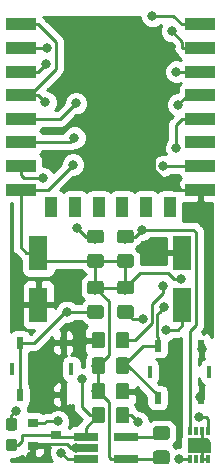
<source format=gbr>
G04 #@! TF.GenerationSoftware,KiCad,Pcbnew,(5.0.0)*
G04 #@! TF.CreationDate,2019-07-27T01:42:12+02:00*
G04 #@! TF.ProjectId,v3,76332E6B696361645F70636200000000,rev?*
G04 #@! TF.SameCoordinates,Original*
G04 #@! TF.FileFunction,Copper,L1,Top,Signal*
G04 #@! TF.FilePolarity,Positive*
%FSLAX46Y46*%
G04 Gerber Fmt 4.6, Leading zero omitted, Abs format (unit mm)*
G04 Created by KiCad (PCBNEW (5.0.0)) date 07/27/19 01:42:12*
%MOMM*%
%LPD*%
G01*
G04 APERTURE LIST*
G04 #@! TA.AperFunction,EtchedComponent*
%ADD10C,0.001000*%
G04 #@! TD*
G04 #@! TA.AperFunction,SMDPad,CuDef*
%ADD11R,1.600000X3.000000*%
G04 #@! TD*
G04 #@! TA.AperFunction,Conductor*
%ADD12C,0.100000*%
G04 #@! TD*
G04 #@! TA.AperFunction,SMDPad,CuDef*
%ADD13C,1.150000*%
G04 #@! TD*
G04 #@! TA.AperFunction,SMDPad,CuDef*
%ADD14C,0.950000*%
G04 #@! TD*
G04 #@! TA.AperFunction,SMDPad,CuDef*
%ADD15R,0.900000X0.800000*%
G04 #@! TD*
G04 #@! TA.AperFunction,SMDPad,CuDef*
%ADD16R,0.600000X1.000000*%
G04 #@! TD*
G04 #@! TA.AperFunction,SMDPad,CuDef*
%ADD17R,0.450000X1.000000*%
G04 #@! TD*
G04 #@! TA.AperFunction,SMDPad,CuDef*
%ADD18R,2.500000X1.000000*%
G04 #@! TD*
G04 #@! TA.AperFunction,SMDPad,CuDef*
%ADD19R,1.000000X1.800000*%
G04 #@! TD*
G04 #@! TA.AperFunction,SMDPad,CuDef*
%ADD20R,2.000000X0.650000*%
G04 #@! TD*
G04 #@! TA.AperFunction,SMDPad,CuDef*
%ADD21R,0.300000X0.800000*%
G04 #@! TD*
G04 #@! TA.AperFunction,SMDPad,CuDef*
%ADD22R,1.000000X0.200000*%
G04 #@! TD*
G04 #@! TA.AperFunction,ViaPad*
%ADD23C,0.800000*%
G04 #@! TD*
G04 #@! TA.AperFunction,Conductor*
%ADD24C,0.250000*%
G04 #@! TD*
G04 #@! TA.AperFunction,Conductor*
%ADD25C,0.254000*%
G04 #@! TD*
G04 APERTURE END LIST*
D10*
G04 #@! TO.C,U4*
G36*
X155890000Y-87076000D02*
X155890000Y-87976000D01*
X153990000Y-87976000D01*
X153990000Y-86776000D01*
X155590000Y-86776000D01*
X155890000Y-87076000D01*
G37*
X155890000Y-87076000D02*
X155890000Y-87976000D01*
X153990000Y-87976000D01*
X153990000Y-86776000D01*
X155590000Y-86776000D01*
X155890000Y-87076000D01*
G04 #@! TD*
D11*
G04 #@! TO.P,C1,2*
G04 #@! TO.N,Earth*
X141351000Y-75479000D03*
G04 #@! TO.P,C1,1*
G04 #@! TO.N,+3V3*
X141351000Y-71079000D03*
G04 #@! TD*
G04 #@! TO.P,C4,1*
G04 #@! TO.N,+BATT*
X153543000Y-75479000D03*
G04 #@! TO.P,C4,2*
G04 #@! TO.N,Earth*
X153543000Y-71079000D03*
G04 #@! TD*
D12*
G04 #@! TO.N,+3V3*
G04 #@! TO.C,C5*
G36*
X146771505Y-82105204D02*
X146795773Y-82108804D01*
X146819572Y-82114765D01*
X146842671Y-82123030D01*
X146864850Y-82133520D01*
X146885893Y-82146132D01*
X146905599Y-82160747D01*
X146923777Y-82177223D01*
X146940253Y-82195401D01*
X146954868Y-82215107D01*
X146967480Y-82236150D01*
X146977970Y-82258329D01*
X146986235Y-82281428D01*
X146992196Y-82305227D01*
X146995796Y-82329495D01*
X146997000Y-82353999D01*
X146997000Y-83254001D01*
X146995796Y-83278505D01*
X146992196Y-83302773D01*
X146986235Y-83326572D01*
X146977970Y-83349671D01*
X146967480Y-83371850D01*
X146954868Y-83392893D01*
X146940253Y-83412599D01*
X146923777Y-83430777D01*
X146905599Y-83447253D01*
X146885893Y-83461868D01*
X146864850Y-83474480D01*
X146842671Y-83484970D01*
X146819572Y-83493235D01*
X146795773Y-83499196D01*
X146771505Y-83502796D01*
X146747001Y-83504000D01*
X146096999Y-83504000D01*
X146072495Y-83502796D01*
X146048227Y-83499196D01*
X146024428Y-83493235D01*
X146001329Y-83484970D01*
X145979150Y-83474480D01*
X145958107Y-83461868D01*
X145938401Y-83447253D01*
X145920223Y-83430777D01*
X145903747Y-83412599D01*
X145889132Y-83392893D01*
X145876520Y-83371850D01*
X145866030Y-83349671D01*
X145857765Y-83326572D01*
X145851804Y-83302773D01*
X145848204Y-83278505D01*
X145847000Y-83254001D01*
X145847000Y-82353999D01*
X145848204Y-82329495D01*
X145851804Y-82305227D01*
X145857765Y-82281428D01*
X145866030Y-82258329D01*
X145876520Y-82236150D01*
X145889132Y-82215107D01*
X145903747Y-82195401D01*
X145920223Y-82177223D01*
X145938401Y-82160747D01*
X145958107Y-82146132D01*
X145979150Y-82133520D01*
X146001329Y-82123030D01*
X146024428Y-82114765D01*
X146048227Y-82108804D01*
X146072495Y-82105204D01*
X146096999Y-82104000D01*
X146747001Y-82104000D01*
X146771505Y-82105204D01*
X146771505Y-82105204D01*
G37*
D13*
G04 #@! TD*
G04 #@! TO.P,C5,1*
G04 #@! TO.N,+3V3*
X146422000Y-82804000D03*
D12*
G04 #@! TO.N,Earth*
G04 #@! TO.C,C5*
G36*
X148821505Y-82105204D02*
X148845773Y-82108804D01*
X148869572Y-82114765D01*
X148892671Y-82123030D01*
X148914850Y-82133520D01*
X148935893Y-82146132D01*
X148955599Y-82160747D01*
X148973777Y-82177223D01*
X148990253Y-82195401D01*
X149004868Y-82215107D01*
X149017480Y-82236150D01*
X149027970Y-82258329D01*
X149036235Y-82281428D01*
X149042196Y-82305227D01*
X149045796Y-82329495D01*
X149047000Y-82353999D01*
X149047000Y-83254001D01*
X149045796Y-83278505D01*
X149042196Y-83302773D01*
X149036235Y-83326572D01*
X149027970Y-83349671D01*
X149017480Y-83371850D01*
X149004868Y-83392893D01*
X148990253Y-83412599D01*
X148973777Y-83430777D01*
X148955599Y-83447253D01*
X148935893Y-83461868D01*
X148914850Y-83474480D01*
X148892671Y-83484970D01*
X148869572Y-83493235D01*
X148845773Y-83499196D01*
X148821505Y-83502796D01*
X148797001Y-83504000D01*
X148146999Y-83504000D01*
X148122495Y-83502796D01*
X148098227Y-83499196D01*
X148074428Y-83493235D01*
X148051329Y-83484970D01*
X148029150Y-83474480D01*
X148008107Y-83461868D01*
X147988401Y-83447253D01*
X147970223Y-83430777D01*
X147953747Y-83412599D01*
X147939132Y-83392893D01*
X147926520Y-83371850D01*
X147916030Y-83349671D01*
X147907765Y-83326572D01*
X147901804Y-83302773D01*
X147898204Y-83278505D01*
X147897000Y-83254001D01*
X147897000Y-82353999D01*
X147898204Y-82329495D01*
X147901804Y-82305227D01*
X147907765Y-82281428D01*
X147916030Y-82258329D01*
X147926520Y-82236150D01*
X147939132Y-82215107D01*
X147953747Y-82195401D01*
X147970223Y-82177223D01*
X147988401Y-82160747D01*
X148008107Y-82146132D01*
X148029150Y-82133520D01*
X148051329Y-82123030D01*
X148074428Y-82114765D01*
X148098227Y-82108804D01*
X148122495Y-82105204D01*
X148146999Y-82104000D01*
X148797001Y-82104000D01*
X148821505Y-82105204D01*
X148821505Y-82105204D01*
G37*
D13*
G04 #@! TD*
G04 #@! TO.P,C5,2*
G04 #@! TO.N,Earth*
X148472000Y-82804000D03*
D12*
G04 #@! TO.N,Net-(F1-Pad1)*
G04 #@! TO.C,F1*
G36*
X139325779Y-85088144D02*
X139348834Y-85091563D01*
X139371443Y-85097227D01*
X139393387Y-85105079D01*
X139414457Y-85115044D01*
X139434448Y-85127026D01*
X139453168Y-85140910D01*
X139470438Y-85156562D01*
X139486090Y-85173832D01*
X139499974Y-85192552D01*
X139511956Y-85212543D01*
X139521921Y-85233613D01*
X139529773Y-85255557D01*
X139535437Y-85278166D01*
X139538856Y-85301221D01*
X139540000Y-85324500D01*
X139540000Y-85899500D01*
X139538856Y-85922779D01*
X139535437Y-85945834D01*
X139529773Y-85968443D01*
X139521921Y-85990387D01*
X139511956Y-86011457D01*
X139499974Y-86031448D01*
X139486090Y-86050168D01*
X139470438Y-86067438D01*
X139453168Y-86083090D01*
X139434448Y-86096974D01*
X139414457Y-86108956D01*
X139393387Y-86118921D01*
X139371443Y-86126773D01*
X139348834Y-86132437D01*
X139325779Y-86135856D01*
X139302500Y-86137000D01*
X138827500Y-86137000D01*
X138804221Y-86135856D01*
X138781166Y-86132437D01*
X138758557Y-86126773D01*
X138736613Y-86118921D01*
X138715543Y-86108956D01*
X138695552Y-86096974D01*
X138676832Y-86083090D01*
X138659562Y-86067438D01*
X138643910Y-86050168D01*
X138630026Y-86031448D01*
X138618044Y-86011457D01*
X138608079Y-85990387D01*
X138600227Y-85968443D01*
X138594563Y-85945834D01*
X138591144Y-85922779D01*
X138590000Y-85899500D01*
X138590000Y-85324500D01*
X138591144Y-85301221D01*
X138594563Y-85278166D01*
X138600227Y-85255557D01*
X138608079Y-85233613D01*
X138618044Y-85212543D01*
X138630026Y-85192552D01*
X138643910Y-85173832D01*
X138659562Y-85156562D01*
X138676832Y-85140910D01*
X138695552Y-85127026D01*
X138715543Y-85115044D01*
X138736613Y-85105079D01*
X138758557Y-85097227D01*
X138781166Y-85091563D01*
X138804221Y-85088144D01*
X138827500Y-85087000D01*
X139302500Y-85087000D01*
X139325779Y-85088144D01*
X139325779Y-85088144D01*
G37*
D14*
G04 #@! TD*
G04 #@! TO.P,F1,1*
G04 #@! TO.N,Net-(F1-Pad1)*
X139065000Y-85612000D03*
D12*
G04 #@! TO.N,+BATT*
G04 #@! TO.C,F1*
G36*
X139325779Y-86838144D02*
X139348834Y-86841563D01*
X139371443Y-86847227D01*
X139393387Y-86855079D01*
X139414457Y-86865044D01*
X139434448Y-86877026D01*
X139453168Y-86890910D01*
X139470438Y-86906562D01*
X139486090Y-86923832D01*
X139499974Y-86942552D01*
X139511956Y-86962543D01*
X139521921Y-86983613D01*
X139529773Y-87005557D01*
X139535437Y-87028166D01*
X139538856Y-87051221D01*
X139540000Y-87074500D01*
X139540000Y-87649500D01*
X139538856Y-87672779D01*
X139535437Y-87695834D01*
X139529773Y-87718443D01*
X139521921Y-87740387D01*
X139511956Y-87761457D01*
X139499974Y-87781448D01*
X139486090Y-87800168D01*
X139470438Y-87817438D01*
X139453168Y-87833090D01*
X139434448Y-87846974D01*
X139414457Y-87858956D01*
X139393387Y-87868921D01*
X139371443Y-87876773D01*
X139348834Y-87882437D01*
X139325779Y-87885856D01*
X139302500Y-87887000D01*
X138827500Y-87887000D01*
X138804221Y-87885856D01*
X138781166Y-87882437D01*
X138758557Y-87876773D01*
X138736613Y-87868921D01*
X138715543Y-87858956D01*
X138695552Y-87846974D01*
X138676832Y-87833090D01*
X138659562Y-87817438D01*
X138643910Y-87800168D01*
X138630026Y-87781448D01*
X138618044Y-87761457D01*
X138608079Y-87740387D01*
X138600227Y-87718443D01*
X138594563Y-87695834D01*
X138591144Y-87672779D01*
X138590000Y-87649500D01*
X138590000Y-87074500D01*
X138591144Y-87051221D01*
X138594563Y-87028166D01*
X138600227Y-87005557D01*
X138608079Y-86983613D01*
X138618044Y-86962543D01*
X138630026Y-86942552D01*
X138643910Y-86923832D01*
X138659562Y-86906562D01*
X138676832Y-86890910D01*
X138695552Y-86877026D01*
X138715543Y-86865044D01*
X138736613Y-86855079D01*
X138758557Y-86847227D01*
X138781166Y-86841563D01*
X138804221Y-86838144D01*
X138827500Y-86837000D01*
X139302500Y-86837000D01*
X139325779Y-86838144D01*
X139325779Y-86838144D01*
G37*
D14*
G04 #@! TD*
G04 #@! TO.P,F1,2*
G04 #@! TO.N,+BATT*
X139065000Y-87362000D03*
D15*
G04 #@! TO.P,IC1,1*
G04 #@! TO.N,Net-(IC1-Pad1)*
X140859000Y-85537000D03*
G04 #@! TO.P,IC1,2*
G04 #@! TO.N,Earth*
X140859000Y-87437000D03*
G04 #@! TO.P,IC1,3*
G04 #@! TO.N,+BATT*
X142859000Y-86487000D03*
G04 #@! TD*
D12*
G04 #@! TO.N,Net-(L1-Pad1)*
G04 #@! TO.C,L1*
G36*
X152239505Y-85777204D02*
X152263773Y-85780804D01*
X152287572Y-85786765D01*
X152310671Y-85795030D01*
X152332850Y-85805520D01*
X152353893Y-85818132D01*
X152373599Y-85832747D01*
X152391777Y-85849223D01*
X152408253Y-85867401D01*
X152422868Y-85887107D01*
X152435480Y-85908150D01*
X152445970Y-85930329D01*
X152454235Y-85953428D01*
X152460196Y-85977227D01*
X152463796Y-86001495D01*
X152465000Y-86025999D01*
X152465000Y-86676001D01*
X152463796Y-86700505D01*
X152460196Y-86724773D01*
X152454235Y-86748572D01*
X152445970Y-86771671D01*
X152435480Y-86793850D01*
X152422868Y-86814893D01*
X152408253Y-86834599D01*
X152391777Y-86852777D01*
X152373599Y-86869253D01*
X152353893Y-86883868D01*
X152332850Y-86896480D01*
X152310671Y-86906970D01*
X152287572Y-86915235D01*
X152263773Y-86921196D01*
X152239505Y-86924796D01*
X152215001Y-86926000D01*
X151314999Y-86926000D01*
X151290495Y-86924796D01*
X151266227Y-86921196D01*
X151242428Y-86915235D01*
X151219329Y-86906970D01*
X151197150Y-86896480D01*
X151176107Y-86883868D01*
X151156401Y-86869253D01*
X151138223Y-86852777D01*
X151121747Y-86834599D01*
X151107132Y-86814893D01*
X151094520Y-86793850D01*
X151084030Y-86771671D01*
X151075765Y-86748572D01*
X151069804Y-86724773D01*
X151066204Y-86700505D01*
X151065000Y-86676001D01*
X151065000Y-86025999D01*
X151066204Y-86001495D01*
X151069804Y-85977227D01*
X151075765Y-85953428D01*
X151084030Y-85930329D01*
X151094520Y-85908150D01*
X151107132Y-85887107D01*
X151121747Y-85867401D01*
X151138223Y-85849223D01*
X151156401Y-85832747D01*
X151176107Y-85818132D01*
X151197150Y-85805520D01*
X151219329Y-85795030D01*
X151242428Y-85786765D01*
X151266227Y-85780804D01*
X151290495Y-85777204D01*
X151314999Y-85776000D01*
X152215001Y-85776000D01*
X152239505Y-85777204D01*
X152239505Y-85777204D01*
G37*
D13*
G04 #@! TD*
G04 #@! TO.P,L1,1*
G04 #@! TO.N,Net-(L1-Pad1)*
X151765000Y-86351000D03*
D12*
G04 #@! TO.N,+3V3*
G04 #@! TO.C,L1*
G36*
X152239505Y-87827204D02*
X152263773Y-87830804D01*
X152287572Y-87836765D01*
X152310671Y-87845030D01*
X152332850Y-87855520D01*
X152353893Y-87868132D01*
X152373599Y-87882747D01*
X152391777Y-87899223D01*
X152408253Y-87917401D01*
X152422868Y-87937107D01*
X152435480Y-87958150D01*
X152445970Y-87980329D01*
X152454235Y-88003428D01*
X152460196Y-88027227D01*
X152463796Y-88051495D01*
X152465000Y-88075999D01*
X152465000Y-88726001D01*
X152463796Y-88750505D01*
X152460196Y-88774773D01*
X152454235Y-88798572D01*
X152445970Y-88821671D01*
X152435480Y-88843850D01*
X152422868Y-88864893D01*
X152408253Y-88884599D01*
X152391777Y-88902777D01*
X152373599Y-88919253D01*
X152353893Y-88933868D01*
X152332850Y-88946480D01*
X152310671Y-88956970D01*
X152287572Y-88965235D01*
X152263773Y-88971196D01*
X152239505Y-88974796D01*
X152215001Y-88976000D01*
X151314999Y-88976000D01*
X151290495Y-88974796D01*
X151266227Y-88971196D01*
X151242428Y-88965235D01*
X151219329Y-88956970D01*
X151197150Y-88946480D01*
X151176107Y-88933868D01*
X151156401Y-88919253D01*
X151138223Y-88902777D01*
X151121747Y-88884599D01*
X151107132Y-88864893D01*
X151094520Y-88843850D01*
X151084030Y-88821671D01*
X151075765Y-88798572D01*
X151069804Y-88774773D01*
X151066204Y-88750505D01*
X151065000Y-88726001D01*
X151065000Y-88075999D01*
X151066204Y-88051495D01*
X151069804Y-88027227D01*
X151075765Y-88003428D01*
X151084030Y-87980329D01*
X151094520Y-87958150D01*
X151107132Y-87937107D01*
X151121747Y-87917401D01*
X151138223Y-87899223D01*
X151156401Y-87882747D01*
X151176107Y-87868132D01*
X151197150Y-87855520D01*
X151219329Y-87845030D01*
X151242428Y-87836765D01*
X151266227Y-87830804D01*
X151290495Y-87827204D01*
X151314999Y-87826000D01*
X152215001Y-87826000D01*
X152239505Y-87827204D01*
X152239505Y-87827204D01*
G37*
D13*
G04 #@! TD*
G04 #@! TO.P,L1,2*
G04 #@! TO.N,+3V3*
X151765000Y-88401000D03*
D12*
G04 #@! TO.N,Net-(R1-Pad1)*
G04 #@! TO.C,R1*
G36*
X146651505Y-69140204D02*
X146675773Y-69143804D01*
X146699572Y-69149765D01*
X146722671Y-69158030D01*
X146744850Y-69168520D01*
X146765893Y-69181132D01*
X146785599Y-69195747D01*
X146803777Y-69212223D01*
X146820253Y-69230401D01*
X146834868Y-69250107D01*
X146847480Y-69271150D01*
X146857970Y-69293329D01*
X146866235Y-69316428D01*
X146872196Y-69340227D01*
X146875796Y-69364495D01*
X146877000Y-69388999D01*
X146877000Y-70039001D01*
X146875796Y-70063505D01*
X146872196Y-70087773D01*
X146866235Y-70111572D01*
X146857970Y-70134671D01*
X146847480Y-70156850D01*
X146834868Y-70177893D01*
X146820253Y-70197599D01*
X146803777Y-70215777D01*
X146785599Y-70232253D01*
X146765893Y-70246868D01*
X146744850Y-70259480D01*
X146722671Y-70269970D01*
X146699572Y-70278235D01*
X146675773Y-70284196D01*
X146651505Y-70287796D01*
X146627001Y-70289000D01*
X145726999Y-70289000D01*
X145702495Y-70287796D01*
X145678227Y-70284196D01*
X145654428Y-70278235D01*
X145631329Y-70269970D01*
X145609150Y-70259480D01*
X145588107Y-70246868D01*
X145568401Y-70232253D01*
X145550223Y-70215777D01*
X145533747Y-70197599D01*
X145519132Y-70177893D01*
X145506520Y-70156850D01*
X145496030Y-70134671D01*
X145487765Y-70111572D01*
X145481804Y-70087773D01*
X145478204Y-70063505D01*
X145477000Y-70039001D01*
X145477000Y-69388999D01*
X145478204Y-69364495D01*
X145481804Y-69340227D01*
X145487765Y-69316428D01*
X145496030Y-69293329D01*
X145506520Y-69271150D01*
X145519132Y-69250107D01*
X145533747Y-69230401D01*
X145550223Y-69212223D01*
X145568401Y-69195747D01*
X145588107Y-69181132D01*
X145609150Y-69168520D01*
X145631329Y-69158030D01*
X145654428Y-69149765D01*
X145678227Y-69143804D01*
X145702495Y-69140204D01*
X145726999Y-69139000D01*
X146627001Y-69139000D01*
X146651505Y-69140204D01*
X146651505Y-69140204D01*
G37*
D13*
G04 #@! TD*
G04 #@! TO.P,R1,1*
G04 #@! TO.N,Net-(R1-Pad1)*
X146177000Y-69714000D03*
D12*
G04 #@! TO.N,+3V3*
G04 #@! TO.C,R1*
G36*
X146651505Y-71190204D02*
X146675773Y-71193804D01*
X146699572Y-71199765D01*
X146722671Y-71208030D01*
X146744850Y-71218520D01*
X146765893Y-71231132D01*
X146785599Y-71245747D01*
X146803777Y-71262223D01*
X146820253Y-71280401D01*
X146834868Y-71300107D01*
X146847480Y-71321150D01*
X146857970Y-71343329D01*
X146866235Y-71366428D01*
X146872196Y-71390227D01*
X146875796Y-71414495D01*
X146877000Y-71438999D01*
X146877000Y-72089001D01*
X146875796Y-72113505D01*
X146872196Y-72137773D01*
X146866235Y-72161572D01*
X146857970Y-72184671D01*
X146847480Y-72206850D01*
X146834868Y-72227893D01*
X146820253Y-72247599D01*
X146803777Y-72265777D01*
X146785599Y-72282253D01*
X146765893Y-72296868D01*
X146744850Y-72309480D01*
X146722671Y-72319970D01*
X146699572Y-72328235D01*
X146675773Y-72334196D01*
X146651505Y-72337796D01*
X146627001Y-72339000D01*
X145726999Y-72339000D01*
X145702495Y-72337796D01*
X145678227Y-72334196D01*
X145654428Y-72328235D01*
X145631329Y-72319970D01*
X145609150Y-72309480D01*
X145588107Y-72296868D01*
X145568401Y-72282253D01*
X145550223Y-72265777D01*
X145533747Y-72247599D01*
X145519132Y-72227893D01*
X145506520Y-72206850D01*
X145496030Y-72184671D01*
X145487765Y-72161572D01*
X145481804Y-72137773D01*
X145478204Y-72113505D01*
X145477000Y-72089001D01*
X145477000Y-71438999D01*
X145478204Y-71414495D01*
X145481804Y-71390227D01*
X145487765Y-71366428D01*
X145496030Y-71343329D01*
X145506520Y-71321150D01*
X145519132Y-71300107D01*
X145533747Y-71280401D01*
X145550223Y-71262223D01*
X145568401Y-71245747D01*
X145588107Y-71231132D01*
X145609150Y-71218520D01*
X145631329Y-71208030D01*
X145654428Y-71199765D01*
X145678227Y-71193804D01*
X145702495Y-71190204D01*
X145726999Y-71189000D01*
X146627001Y-71189000D01*
X146651505Y-71190204D01*
X146651505Y-71190204D01*
G37*
D13*
G04 #@! TD*
G04 #@! TO.P,R1,2*
G04 #@! TO.N,+3V3*
X146177000Y-71764000D03*
D12*
G04 #@! TO.N,+BATT*
G04 #@! TO.C,R2*
G36*
X146771505Y-84137204D02*
X146795773Y-84140804D01*
X146819572Y-84146765D01*
X146842671Y-84155030D01*
X146864850Y-84165520D01*
X146885893Y-84178132D01*
X146905599Y-84192747D01*
X146923777Y-84209223D01*
X146940253Y-84227401D01*
X146954868Y-84247107D01*
X146967480Y-84268150D01*
X146977970Y-84290329D01*
X146986235Y-84313428D01*
X146992196Y-84337227D01*
X146995796Y-84361495D01*
X146997000Y-84385999D01*
X146997000Y-85286001D01*
X146995796Y-85310505D01*
X146992196Y-85334773D01*
X146986235Y-85358572D01*
X146977970Y-85381671D01*
X146967480Y-85403850D01*
X146954868Y-85424893D01*
X146940253Y-85444599D01*
X146923777Y-85462777D01*
X146905599Y-85479253D01*
X146885893Y-85493868D01*
X146864850Y-85506480D01*
X146842671Y-85516970D01*
X146819572Y-85525235D01*
X146795773Y-85531196D01*
X146771505Y-85534796D01*
X146747001Y-85536000D01*
X146096999Y-85536000D01*
X146072495Y-85534796D01*
X146048227Y-85531196D01*
X146024428Y-85525235D01*
X146001329Y-85516970D01*
X145979150Y-85506480D01*
X145958107Y-85493868D01*
X145938401Y-85479253D01*
X145920223Y-85462777D01*
X145903747Y-85444599D01*
X145889132Y-85424893D01*
X145876520Y-85403850D01*
X145866030Y-85381671D01*
X145857765Y-85358572D01*
X145851804Y-85334773D01*
X145848204Y-85310505D01*
X145847000Y-85286001D01*
X145847000Y-84385999D01*
X145848204Y-84361495D01*
X145851804Y-84337227D01*
X145857765Y-84313428D01*
X145866030Y-84290329D01*
X145876520Y-84268150D01*
X145889132Y-84247107D01*
X145903747Y-84227401D01*
X145920223Y-84209223D01*
X145938401Y-84192747D01*
X145958107Y-84178132D01*
X145979150Y-84165520D01*
X146001329Y-84155030D01*
X146024428Y-84146765D01*
X146048227Y-84140804D01*
X146072495Y-84137204D01*
X146096999Y-84136000D01*
X146747001Y-84136000D01*
X146771505Y-84137204D01*
X146771505Y-84137204D01*
G37*
D13*
G04 #@! TD*
G04 #@! TO.P,R2,2*
G04 #@! TO.N,+BATT*
X146422000Y-84836000D03*
D12*
G04 #@! TO.N,Net-(IC1-Pad1)*
G04 #@! TO.C,R2*
G36*
X148821505Y-84137204D02*
X148845773Y-84140804D01*
X148869572Y-84146765D01*
X148892671Y-84155030D01*
X148914850Y-84165520D01*
X148935893Y-84178132D01*
X148955599Y-84192747D01*
X148973777Y-84209223D01*
X148990253Y-84227401D01*
X149004868Y-84247107D01*
X149017480Y-84268150D01*
X149027970Y-84290329D01*
X149036235Y-84313428D01*
X149042196Y-84337227D01*
X149045796Y-84361495D01*
X149047000Y-84385999D01*
X149047000Y-85286001D01*
X149045796Y-85310505D01*
X149042196Y-85334773D01*
X149036235Y-85358572D01*
X149027970Y-85381671D01*
X149017480Y-85403850D01*
X149004868Y-85424893D01*
X148990253Y-85444599D01*
X148973777Y-85462777D01*
X148955599Y-85479253D01*
X148935893Y-85493868D01*
X148914850Y-85506480D01*
X148892671Y-85516970D01*
X148869572Y-85525235D01*
X148845773Y-85531196D01*
X148821505Y-85534796D01*
X148797001Y-85536000D01*
X148146999Y-85536000D01*
X148122495Y-85534796D01*
X148098227Y-85531196D01*
X148074428Y-85525235D01*
X148051329Y-85516970D01*
X148029150Y-85506480D01*
X148008107Y-85493868D01*
X147988401Y-85479253D01*
X147970223Y-85462777D01*
X147953747Y-85444599D01*
X147939132Y-85424893D01*
X147926520Y-85403850D01*
X147916030Y-85381671D01*
X147907765Y-85358572D01*
X147901804Y-85334773D01*
X147898204Y-85310505D01*
X147897000Y-85286001D01*
X147897000Y-84385999D01*
X147898204Y-84361495D01*
X147901804Y-84337227D01*
X147907765Y-84313428D01*
X147916030Y-84290329D01*
X147926520Y-84268150D01*
X147939132Y-84247107D01*
X147953747Y-84227401D01*
X147970223Y-84209223D01*
X147988401Y-84192747D01*
X148008107Y-84178132D01*
X148029150Y-84165520D01*
X148051329Y-84155030D01*
X148074428Y-84146765D01*
X148098227Y-84140804D01*
X148122495Y-84137204D01*
X148146999Y-84136000D01*
X148797001Y-84136000D01*
X148821505Y-84137204D01*
X148821505Y-84137204D01*
G37*
D13*
G04 #@! TD*
G04 #@! TO.P,R2,1*
G04 #@! TO.N,Net-(IC1-Pad1)*
X148472000Y-84836000D03*
D12*
G04 #@! TO.N,+3V3*
G04 #@! TO.C,R5*
G36*
X146651505Y-73458204D02*
X146675773Y-73461804D01*
X146699572Y-73467765D01*
X146722671Y-73476030D01*
X146744850Y-73486520D01*
X146765893Y-73499132D01*
X146785599Y-73513747D01*
X146803777Y-73530223D01*
X146820253Y-73548401D01*
X146834868Y-73568107D01*
X146847480Y-73589150D01*
X146857970Y-73611329D01*
X146866235Y-73634428D01*
X146872196Y-73658227D01*
X146875796Y-73682495D01*
X146877000Y-73706999D01*
X146877000Y-74357001D01*
X146875796Y-74381505D01*
X146872196Y-74405773D01*
X146866235Y-74429572D01*
X146857970Y-74452671D01*
X146847480Y-74474850D01*
X146834868Y-74495893D01*
X146820253Y-74515599D01*
X146803777Y-74533777D01*
X146785599Y-74550253D01*
X146765893Y-74564868D01*
X146744850Y-74577480D01*
X146722671Y-74587970D01*
X146699572Y-74596235D01*
X146675773Y-74602196D01*
X146651505Y-74605796D01*
X146627001Y-74607000D01*
X145726999Y-74607000D01*
X145702495Y-74605796D01*
X145678227Y-74602196D01*
X145654428Y-74596235D01*
X145631329Y-74587970D01*
X145609150Y-74577480D01*
X145588107Y-74564868D01*
X145568401Y-74550253D01*
X145550223Y-74533777D01*
X145533747Y-74515599D01*
X145519132Y-74495893D01*
X145506520Y-74474850D01*
X145496030Y-74452671D01*
X145487765Y-74429572D01*
X145481804Y-74405773D01*
X145478204Y-74381505D01*
X145477000Y-74357001D01*
X145477000Y-73706999D01*
X145478204Y-73682495D01*
X145481804Y-73658227D01*
X145487765Y-73634428D01*
X145496030Y-73611329D01*
X145506520Y-73589150D01*
X145519132Y-73568107D01*
X145533747Y-73548401D01*
X145550223Y-73530223D01*
X145568401Y-73513747D01*
X145588107Y-73499132D01*
X145609150Y-73486520D01*
X145631329Y-73476030D01*
X145654428Y-73467765D01*
X145678227Y-73461804D01*
X145702495Y-73458204D01*
X145726999Y-73457000D01*
X146627001Y-73457000D01*
X146651505Y-73458204D01*
X146651505Y-73458204D01*
G37*
D13*
G04 #@! TD*
G04 #@! TO.P,R5,1*
G04 #@! TO.N,+3V3*
X146177000Y-74032000D03*
D12*
G04 #@! TO.N,Net-(R5-Pad2)*
G04 #@! TO.C,R5*
G36*
X146651505Y-75508204D02*
X146675773Y-75511804D01*
X146699572Y-75517765D01*
X146722671Y-75526030D01*
X146744850Y-75536520D01*
X146765893Y-75549132D01*
X146785599Y-75563747D01*
X146803777Y-75580223D01*
X146820253Y-75598401D01*
X146834868Y-75618107D01*
X146847480Y-75639150D01*
X146857970Y-75661329D01*
X146866235Y-75684428D01*
X146872196Y-75708227D01*
X146875796Y-75732495D01*
X146877000Y-75756999D01*
X146877000Y-76407001D01*
X146875796Y-76431505D01*
X146872196Y-76455773D01*
X146866235Y-76479572D01*
X146857970Y-76502671D01*
X146847480Y-76524850D01*
X146834868Y-76545893D01*
X146820253Y-76565599D01*
X146803777Y-76583777D01*
X146785599Y-76600253D01*
X146765893Y-76614868D01*
X146744850Y-76627480D01*
X146722671Y-76637970D01*
X146699572Y-76646235D01*
X146675773Y-76652196D01*
X146651505Y-76655796D01*
X146627001Y-76657000D01*
X145726999Y-76657000D01*
X145702495Y-76655796D01*
X145678227Y-76652196D01*
X145654428Y-76646235D01*
X145631329Y-76637970D01*
X145609150Y-76627480D01*
X145588107Y-76614868D01*
X145568401Y-76600253D01*
X145550223Y-76583777D01*
X145533747Y-76565599D01*
X145519132Y-76545893D01*
X145506520Y-76524850D01*
X145496030Y-76502671D01*
X145487765Y-76479572D01*
X145481804Y-76455773D01*
X145478204Y-76431505D01*
X145477000Y-76407001D01*
X145477000Y-75756999D01*
X145478204Y-75732495D01*
X145481804Y-75708227D01*
X145487765Y-75684428D01*
X145496030Y-75661329D01*
X145506520Y-75639150D01*
X145519132Y-75618107D01*
X145533747Y-75598401D01*
X145550223Y-75580223D01*
X145568401Y-75563747D01*
X145588107Y-75549132D01*
X145609150Y-75536520D01*
X145631329Y-75526030D01*
X145654428Y-75517765D01*
X145678227Y-75511804D01*
X145702495Y-75508204D01*
X145726999Y-75507000D01*
X146627001Y-75507000D01*
X146651505Y-75508204D01*
X146651505Y-75508204D01*
G37*
D13*
G04 #@! TD*
G04 #@! TO.P,R5,2*
G04 #@! TO.N,Net-(R5-Pad2)*
X146177000Y-76082000D03*
D12*
G04 #@! TO.N,+3V3*
G04 #@! TO.C,R6*
G36*
X149191505Y-73458204D02*
X149215773Y-73461804D01*
X149239572Y-73467765D01*
X149262671Y-73476030D01*
X149284850Y-73486520D01*
X149305893Y-73499132D01*
X149325599Y-73513747D01*
X149343777Y-73530223D01*
X149360253Y-73548401D01*
X149374868Y-73568107D01*
X149387480Y-73589150D01*
X149397970Y-73611329D01*
X149406235Y-73634428D01*
X149412196Y-73658227D01*
X149415796Y-73682495D01*
X149417000Y-73706999D01*
X149417000Y-74357001D01*
X149415796Y-74381505D01*
X149412196Y-74405773D01*
X149406235Y-74429572D01*
X149397970Y-74452671D01*
X149387480Y-74474850D01*
X149374868Y-74495893D01*
X149360253Y-74515599D01*
X149343777Y-74533777D01*
X149325599Y-74550253D01*
X149305893Y-74564868D01*
X149284850Y-74577480D01*
X149262671Y-74587970D01*
X149239572Y-74596235D01*
X149215773Y-74602196D01*
X149191505Y-74605796D01*
X149167001Y-74607000D01*
X148266999Y-74607000D01*
X148242495Y-74605796D01*
X148218227Y-74602196D01*
X148194428Y-74596235D01*
X148171329Y-74587970D01*
X148149150Y-74577480D01*
X148128107Y-74564868D01*
X148108401Y-74550253D01*
X148090223Y-74533777D01*
X148073747Y-74515599D01*
X148059132Y-74495893D01*
X148046520Y-74474850D01*
X148036030Y-74452671D01*
X148027765Y-74429572D01*
X148021804Y-74405773D01*
X148018204Y-74381505D01*
X148017000Y-74357001D01*
X148017000Y-73706999D01*
X148018204Y-73682495D01*
X148021804Y-73658227D01*
X148027765Y-73634428D01*
X148036030Y-73611329D01*
X148046520Y-73589150D01*
X148059132Y-73568107D01*
X148073747Y-73548401D01*
X148090223Y-73530223D01*
X148108401Y-73513747D01*
X148128107Y-73499132D01*
X148149150Y-73486520D01*
X148171329Y-73476030D01*
X148194428Y-73467765D01*
X148218227Y-73461804D01*
X148242495Y-73458204D01*
X148266999Y-73457000D01*
X149167001Y-73457000D01*
X149191505Y-73458204D01*
X149191505Y-73458204D01*
G37*
D13*
G04 #@! TD*
G04 #@! TO.P,R6,2*
G04 #@! TO.N,+3V3*
X148717000Y-74032000D03*
D12*
G04 #@! TO.N,Net-(J4-Pad1)*
G04 #@! TO.C,R6*
G36*
X149191505Y-75508204D02*
X149215773Y-75511804D01*
X149239572Y-75517765D01*
X149262671Y-75526030D01*
X149284850Y-75536520D01*
X149305893Y-75549132D01*
X149325599Y-75563747D01*
X149343777Y-75580223D01*
X149360253Y-75598401D01*
X149374868Y-75618107D01*
X149387480Y-75639150D01*
X149397970Y-75661329D01*
X149406235Y-75684428D01*
X149412196Y-75708227D01*
X149415796Y-75732495D01*
X149417000Y-75756999D01*
X149417000Y-76407001D01*
X149415796Y-76431505D01*
X149412196Y-76455773D01*
X149406235Y-76479572D01*
X149397970Y-76502671D01*
X149387480Y-76524850D01*
X149374868Y-76545893D01*
X149360253Y-76565599D01*
X149343777Y-76583777D01*
X149325599Y-76600253D01*
X149305893Y-76614868D01*
X149284850Y-76627480D01*
X149262671Y-76637970D01*
X149239572Y-76646235D01*
X149215773Y-76652196D01*
X149191505Y-76655796D01*
X149167001Y-76657000D01*
X148266999Y-76657000D01*
X148242495Y-76655796D01*
X148218227Y-76652196D01*
X148194428Y-76646235D01*
X148171329Y-76637970D01*
X148149150Y-76627480D01*
X148128107Y-76614868D01*
X148108401Y-76600253D01*
X148090223Y-76583777D01*
X148073747Y-76565599D01*
X148059132Y-76545893D01*
X148046520Y-76524850D01*
X148036030Y-76502671D01*
X148027765Y-76479572D01*
X148021804Y-76455773D01*
X148018204Y-76431505D01*
X148017000Y-76407001D01*
X148017000Y-75756999D01*
X148018204Y-75732495D01*
X148021804Y-75708227D01*
X148027765Y-75684428D01*
X148036030Y-75661329D01*
X148046520Y-75639150D01*
X148059132Y-75618107D01*
X148073747Y-75598401D01*
X148090223Y-75580223D01*
X148108401Y-75563747D01*
X148128107Y-75549132D01*
X148149150Y-75536520D01*
X148171329Y-75526030D01*
X148194428Y-75517765D01*
X148218227Y-75511804D01*
X148242495Y-75508204D01*
X148266999Y-75507000D01*
X149167001Y-75507000D01*
X149191505Y-75508204D01*
X149191505Y-75508204D01*
G37*
D13*
G04 #@! TD*
G04 #@! TO.P,R6,1*
G04 #@! TO.N,Net-(J4-Pad1)*
X148717000Y-76082000D03*
D12*
G04 #@! TO.N,Net-(J5-Pad1)*
G04 #@! TO.C,R7*
G36*
X149191505Y-69140204D02*
X149215773Y-69143804D01*
X149239572Y-69149765D01*
X149262671Y-69158030D01*
X149284850Y-69168520D01*
X149305893Y-69181132D01*
X149325599Y-69195747D01*
X149343777Y-69212223D01*
X149360253Y-69230401D01*
X149374868Y-69250107D01*
X149387480Y-69271150D01*
X149397970Y-69293329D01*
X149406235Y-69316428D01*
X149412196Y-69340227D01*
X149415796Y-69364495D01*
X149417000Y-69388999D01*
X149417000Y-70039001D01*
X149415796Y-70063505D01*
X149412196Y-70087773D01*
X149406235Y-70111572D01*
X149397970Y-70134671D01*
X149387480Y-70156850D01*
X149374868Y-70177893D01*
X149360253Y-70197599D01*
X149343777Y-70215777D01*
X149325599Y-70232253D01*
X149305893Y-70246868D01*
X149284850Y-70259480D01*
X149262671Y-70269970D01*
X149239572Y-70278235D01*
X149215773Y-70284196D01*
X149191505Y-70287796D01*
X149167001Y-70289000D01*
X148266999Y-70289000D01*
X148242495Y-70287796D01*
X148218227Y-70284196D01*
X148194428Y-70278235D01*
X148171329Y-70269970D01*
X148149150Y-70259480D01*
X148128107Y-70246868D01*
X148108401Y-70232253D01*
X148090223Y-70215777D01*
X148073747Y-70197599D01*
X148059132Y-70177893D01*
X148046520Y-70156850D01*
X148036030Y-70134671D01*
X148027765Y-70111572D01*
X148021804Y-70087773D01*
X148018204Y-70063505D01*
X148017000Y-70039001D01*
X148017000Y-69388999D01*
X148018204Y-69364495D01*
X148021804Y-69340227D01*
X148027765Y-69316428D01*
X148036030Y-69293329D01*
X148046520Y-69271150D01*
X148059132Y-69250107D01*
X148073747Y-69230401D01*
X148090223Y-69212223D01*
X148108401Y-69195747D01*
X148128107Y-69181132D01*
X148149150Y-69168520D01*
X148171329Y-69158030D01*
X148194428Y-69149765D01*
X148218227Y-69143804D01*
X148242495Y-69140204D01*
X148266999Y-69139000D01*
X149167001Y-69139000D01*
X149191505Y-69140204D01*
X149191505Y-69140204D01*
G37*
D13*
G04 #@! TD*
G04 #@! TO.P,R7,1*
G04 #@! TO.N,Net-(J5-Pad1)*
X148717000Y-69714000D03*
D12*
G04 #@! TO.N,+3V3*
G04 #@! TO.C,R7*
G36*
X149191505Y-71190204D02*
X149215773Y-71193804D01*
X149239572Y-71199765D01*
X149262671Y-71208030D01*
X149284850Y-71218520D01*
X149305893Y-71231132D01*
X149325599Y-71245747D01*
X149343777Y-71262223D01*
X149360253Y-71280401D01*
X149374868Y-71300107D01*
X149387480Y-71321150D01*
X149397970Y-71343329D01*
X149406235Y-71366428D01*
X149412196Y-71390227D01*
X149415796Y-71414495D01*
X149417000Y-71438999D01*
X149417000Y-72089001D01*
X149415796Y-72113505D01*
X149412196Y-72137773D01*
X149406235Y-72161572D01*
X149397970Y-72184671D01*
X149387480Y-72206850D01*
X149374868Y-72227893D01*
X149360253Y-72247599D01*
X149343777Y-72265777D01*
X149325599Y-72282253D01*
X149305893Y-72296868D01*
X149284850Y-72309480D01*
X149262671Y-72319970D01*
X149239572Y-72328235D01*
X149215773Y-72334196D01*
X149191505Y-72337796D01*
X149167001Y-72339000D01*
X148266999Y-72339000D01*
X148242495Y-72337796D01*
X148218227Y-72334196D01*
X148194428Y-72328235D01*
X148171329Y-72319970D01*
X148149150Y-72309480D01*
X148128107Y-72296868D01*
X148108401Y-72282253D01*
X148090223Y-72265777D01*
X148073747Y-72247599D01*
X148059132Y-72227893D01*
X148046520Y-72206850D01*
X148036030Y-72184671D01*
X148027765Y-72161572D01*
X148021804Y-72137773D01*
X148018204Y-72113505D01*
X148017000Y-72089001D01*
X148017000Y-71438999D01*
X148018204Y-71414495D01*
X148021804Y-71390227D01*
X148027765Y-71366428D01*
X148036030Y-71343329D01*
X148046520Y-71321150D01*
X148059132Y-71300107D01*
X148073747Y-71280401D01*
X148090223Y-71262223D01*
X148108401Y-71245747D01*
X148128107Y-71231132D01*
X148149150Y-71218520D01*
X148171329Y-71208030D01*
X148194428Y-71199765D01*
X148218227Y-71193804D01*
X148242495Y-71190204D01*
X148266999Y-71189000D01*
X149167001Y-71189000D01*
X149191505Y-71190204D01*
X149191505Y-71190204D01*
G37*
D13*
G04 #@! TD*
G04 #@! TO.P,R7,2*
G04 #@! TO.N,+3V3*
X148717000Y-71764000D03*
D12*
G04 #@! TO.N,Earth*
G04 #@! TO.C,R8*
G36*
X146771505Y-77787204D02*
X146795773Y-77790804D01*
X146819572Y-77796765D01*
X146842671Y-77805030D01*
X146864850Y-77815520D01*
X146885893Y-77828132D01*
X146905599Y-77842747D01*
X146923777Y-77859223D01*
X146940253Y-77877401D01*
X146954868Y-77897107D01*
X146967480Y-77918150D01*
X146977970Y-77940329D01*
X146986235Y-77963428D01*
X146992196Y-77987227D01*
X146995796Y-78011495D01*
X146997000Y-78035999D01*
X146997000Y-78936001D01*
X146995796Y-78960505D01*
X146992196Y-78984773D01*
X146986235Y-79008572D01*
X146977970Y-79031671D01*
X146967480Y-79053850D01*
X146954868Y-79074893D01*
X146940253Y-79094599D01*
X146923777Y-79112777D01*
X146905599Y-79129253D01*
X146885893Y-79143868D01*
X146864850Y-79156480D01*
X146842671Y-79166970D01*
X146819572Y-79175235D01*
X146795773Y-79181196D01*
X146771505Y-79184796D01*
X146747001Y-79186000D01*
X146096999Y-79186000D01*
X146072495Y-79184796D01*
X146048227Y-79181196D01*
X146024428Y-79175235D01*
X146001329Y-79166970D01*
X145979150Y-79156480D01*
X145958107Y-79143868D01*
X145938401Y-79129253D01*
X145920223Y-79112777D01*
X145903747Y-79094599D01*
X145889132Y-79074893D01*
X145876520Y-79053850D01*
X145866030Y-79031671D01*
X145857765Y-79008572D01*
X145851804Y-78984773D01*
X145848204Y-78960505D01*
X145847000Y-78936001D01*
X145847000Y-78035999D01*
X145848204Y-78011495D01*
X145851804Y-77987227D01*
X145857765Y-77963428D01*
X145866030Y-77940329D01*
X145876520Y-77918150D01*
X145889132Y-77897107D01*
X145903747Y-77877401D01*
X145920223Y-77859223D01*
X145938401Y-77842747D01*
X145958107Y-77828132D01*
X145979150Y-77815520D01*
X146001329Y-77805030D01*
X146024428Y-77796765D01*
X146048227Y-77790804D01*
X146072495Y-77787204D01*
X146096999Y-77786000D01*
X146747001Y-77786000D01*
X146771505Y-77787204D01*
X146771505Y-77787204D01*
G37*
D13*
G04 #@! TD*
G04 #@! TO.P,R8,1*
G04 #@! TO.N,Earth*
X146422000Y-78486000D03*
D12*
G04 #@! TO.N,Net-(R8-Pad2)*
G04 #@! TO.C,R8*
G36*
X148821505Y-77787204D02*
X148845773Y-77790804D01*
X148869572Y-77796765D01*
X148892671Y-77805030D01*
X148914850Y-77815520D01*
X148935893Y-77828132D01*
X148955599Y-77842747D01*
X148973777Y-77859223D01*
X148990253Y-77877401D01*
X149004868Y-77897107D01*
X149017480Y-77918150D01*
X149027970Y-77940329D01*
X149036235Y-77963428D01*
X149042196Y-77987227D01*
X149045796Y-78011495D01*
X149047000Y-78035999D01*
X149047000Y-78936001D01*
X149045796Y-78960505D01*
X149042196Y-78984773D01*
X149036235Y-79008572D01*
X149027970Y-79031671D01*
X149017480Y-79053850D01*
X149004868Y-79074893D01*
X148990253Y-79094599D01*
X148973777Y-79112777D01*
X148955599Y-79129253D01*
X148935893Y-79143868D01*
X148914850Y-79156480D01*
X148892671Y-79166970D01*
X148869572Y-79175235D01*
X148845773Y-79181196D01*
X148821505Y-79184796D01*
X148797001Y-79186000D01*
X148146999Y-79186000D01*
X148122495Y-79184796D01*
X148098227Y-79181196D01*
X148074428Y-79175235D01*
X148051329Y-79166970D01*
X148029150Y-79156480D01*
X148008107Y-79143868D01*
X147988401Y-79129253D01*
X147970223Y-79112777D01*
X147953747Y-79094599D01*
X147939132Y-79074893D01*
X147926520Y-79053850D01*
X147916030Y-79031671D01*
X147907765Y-79008572D01*
X147901804Y-78984773D01*
X147898204Y-78960505D01*
X147897000Y-78936001D01*
X147897000Y-78035999D01*
X147898204Y-78011495D01*
X147901804Y-77987227D01*
X147907765Y-77963428D01*
X147916030Y-77940329D01*
X147926520Y-77918150D01*
X147939132Y-77897107D01*
X147953747Y-77877401D01*
X147970223Y-77859223D01*
X147988401Y-77842747D01*
X148008107Y-77828132D01*
X148029150Y-77815520D01*
X148051329Y-77805030D01*
X148074428Y-77796765D01*
X148098227Y-77790804D01*
X148122495Y-77787204D01*
X148146999Y-77786000D01*
X148797001Y-77786000D01*
X148821505Y-77787204D01*
X148821505Y-77787204D01*
G37*
D13*
G04 #@! TD*
G04 #@! TO.P,R8,2*
G04 #@! TO.N,Net-(R8-Pad2)*
X148472000Y-78486000D03*
D12*
G04 #@! TO.N,Net-(R9-Pad2)*
G04 #@! TO.C,R9*
G36*
X148821505Y-79946204D02*
X148845773Y-79949804D01*
X148869572Y-79955765D01*
X148892671Y-79964030D01*
X148914850Y-79974520D01*
X148935893Y-79987132D01*
X148955599Y-80001747D01*
X148973777Y-80018223D01*
X148990253Y-80036401D01*
X149004868Y-80056107D01*
X149017480Y-80077150D01*
X149027970Y-80099329D01*
X149036235Y-80122428D01*
X149042196Y-80146227D01*
X149045796Y-80170495D01*
X149047000Y-80194999D01*
X149047000Y-81095001D01*
X149045796Y-81119505D01*
X149042196Y-81143773D01*
X149036235Y-81167572D01*
X149027970Y-81190671D01*
X149017480Y-81212850D01*
X149004868Y-81233893D01*
X148990253Y-81253599D01*
X148973777Y-81271777D01*
X148955599Y-81288253D01*
X148935893Y-81302868D01*
X148914850Y-81315480D01*
X148892671Y-81325970D01*
X148869572Y-81334235D01*
X148845773Y-81340196D01*
X148821505Y-81343796D01*
X148797001Y-81345000D01*
X148146999Y-81345000D01*
X148122495Y-81343796D01*
X148098227Y-81340196D01*
X148074428Y-81334235D01*
X148051329Y-81325970D01*
X148029150Y-81315480D01*
X148008107Y-81302868D01*
X147988401Y-81288253D01*
X147970223Y-81271777D01*
X147953747Y-81253599D01*
X147939132Y-81233893D01*
X147926520Y-81212850D01*
X147916030Y-81190671D01*
X147907765Y-81167572D01*
X147901804Y-81143773D01*
X147898204Y-81119505D01*
X147897000Y-81095001D01*
X147897000Y-80194999D01*
X147898204Y-80170495D01*
X147901804Y-80146227D01*
X147907765Y-80122428D01*
X147916030Y-80099329D01*
X147926520Y-80077150D01*
X147939132Y-80056107D01*
X147953747Y-80036401D01*
X147970223Y-80018223D01*
X147988401Y-80001747D01*
X148008107Y-79987132D01*
X148029150Y-79974520D01*
X148051329Y-79964030D01*
X148074428Y-79955765D01*
X148098227Y-79949804D01*
X148122495Y-79946204D01*
X148146999Y-79945000D01*
X148797001Y-79945000D01*
X148821505Y-79946204D01*
X148821505Y-79946204D01*
G37*
D13*
G04 #@! TD*
G04 #@! TO.P,R9,2*
G04 #@! TO.N,Net-(R9-Pad2)*
X148472000Y-80645000D03*
D12*
G04 #@! TO.N,+3V3*
G04 #@! TO.C,R9*
G36*
X146771505Y-79946204D02*
X146795773Y-79949804D01*
X146819572Y-79955765D01*
X146842671Y-79964030D01*
X146864850Y-79974520D01*
X146885893Y-79987132D01*
X146905599Y-80001747D01*
X146923777Y-80018223D01*
X146940253Y-80036401D01*
X146954868Y-80056107D01*
X146967480Y-80077150D01*
X146977970Y-80099329D01*
X146986235Y-80122428D01*
X146992196Y-80146227D01*
X146995796Y-80170495D01*
X146997000Y-80194999D01*
X146997000Y-81095001D01*
X146995796Y-81119505D01*
X146992196Y-81143773D01*
X146986235Y-81167572D01*
X146977970Y-81190671D01*
X146967480Y-81212850D01*
X146954868Y-81233893D01*
X146940253Y-81253599D01*
X146923777Y-81271777D01*
X146905599Y-81288253D01*
X146885893Y-81302868D01*
X146864850Y-81315480D01*
X146842671Y-81325970D01*
X146819572Y-81334235D01*
X146795773Y-81340196D01*
X146771505Y-81343796D01*
X146747001Y-81345000D01*
X146096999Y-81345000D01*
X146072495Y-81343796D01*
X146048227Y-81340196D01*
X146024428Y-81334235D01*
X146001329Y-81325970D01*
X145979150Y-81315480D01*
X145958107Y-81302868D01*
X145938401Y-81288253D01*
X145920223Y-81271777D01*
X145903747Y-81253599D01*
X145889132Y-81233893D01*
X145876520Y-81212850D01*
X145866030Y-81190671D01*
X145857765Y-81167572D01*
X145851804Y-81143773D01*
X145848204Y-81119505D01*
X145847000Y-81095001D01*
X145847000Y-80194999D01*
X145848204Y-80170495D01*
X145851804Y-80146227D01*
X145857765Y-80122428D01*
X145866030Y-80099329D01*
X145876520Y-80077150D01*
X145889132Y-80056107D01*
X145903747Y-80036401D01*
X145920223Y-80018223D01*
X145938401Y-80001747D01*
X145958107Y-79987132D01*
X145979150Y-79974520D01*
X146001329Y-79964030D01*
X146024428Y-79955765D01*
X146048227Y-79949804D01*
X146072495Y-79946204D01*
X146096999Y-79945000D01*
X146747001Y-79945000D01*
X146771505Y-79946204D01*
X146771505Y-79946204D01*
G37*
D13*
G04 #@! TD*
G04 #@! TO.P,R9,1*
G04 #@! TO.N,+3V3*
X146422000Y-80645000D03*
D16*
G04 #@! TO.P,reset,1*
G04 #@! TO.N,Net-(R5-Pad2)*
X139755000Y-83099000D03*
X139755000Y-78699000D03*
G04 #@! TO.P,reset,2*
G04 #@! TO.N,Earth*
X143455000Y-78699000D03*
X143455000Y-83099000D03*
D17*
G04 #@! TO.P,reset,0*
G04 #@! TO.N,N/C*
X139080000Y-80899000D03*
X144130000Y-80899000D03*
G04 #@! TD*
G04 #@! TO.P,flash,0*
G04 #@! TO.N,N/C*
X155814000Y-81153000D03*
X150764000Y-81153000D03*
D16*
G04 #@! TO.P,flash,2*
G04 #@! TO.N,Earth*
X155139000Y-83353000D03*
X155139000Y-78953000D03*
G04 #@! TO.P,flash,1*
G04 #@! TO.N,Net-(R9-Pad2)*
X151439000Y-78953000D03*
X151439000Y-83353000D03*
G04 #@! TD*
D18*
G04 #@! TO.P,U1,1*
G04 #@! TO.N,Net-(R5-Pad2)*
X139847000Y-51745000D03*
G04 #@! TO.P,U1,2*
G04 #@! TO.N,Net-(IO3-Pad1)*
X139847000Y-53745000D03*
G04 #@! TO.P,U1,3*
G04 #@! TO.N,Net-(R1-Pad1)*
X139847000Y-55745000D03*
G04 #@! TO.P,U1,4*
G04 #@! TO.N,Net-(R5-Pad2)*
X139847000Y-57745000D03*
G04 #@! TO.P,U1,5*
G04 #@! TO.N,Net-(IO1-Pad1)*
X139847000Y-59745000D03*
G04 #@! TO.P,U1,6*
G04 #@! TO.N,Net-(IO2-Pad1)*
X139847000Y-61745000D03*
G04 #@! TO.P,U1,7*
G04 #@! TO.N,Net-(U1-Pad7)*
X139847000Y-63745000D03*
G04 #@! TO.P,U1,8*
G04 #@! TO.N,+3V3*
X139847000Y-65745000D03*
D19*
G04 #@! TO.P,U1,9*
G04 #@! TO.N,N/C*
X142447000Y-67245000D03*
G04 #@! TO.P,U1,10*
X144447000Y-67245000D03*
G04 #@! TO.P,U1,11*
X146447000Y-67245000D03*
G04 #@! TO.P,U1,12*
X148447000Y-67245000D03*
G04 #@! TO.P,U1,13*
X150447000Y-67245000D03*
G04 #@! TO.P,U1,14*
X152447000Y-67245000D03*
D18*
G04 #@! TO.P,U1,15*
G04 #@! TO.N,Earth*
X155047000Y-65745000D03*
G04 #@! TO.P,U1,16*
G04 #@! TO.N,Net-(R8-Pad2)*
X155047000Y-63745000D03*
G04 #@! TO.P,U1,17*
G04 #@! TO.N,N/C*
X155047000Y-61745000D03*
G04 #@! TO.P,U1,18*
G04 #@! TO.N,Net-(R9-Pad2)*
X155047000Y-59745000D03*
G04 #@! TO.P,U1,19*
G04 #@! TO.N,Net-(J4-Pad1)*
X155047000Y-57745000D03*
G04 #@! TO.P,U1,20*
G04 #@! TO.N,Net-(J5-Pad1)*
X155047000Y-55745000D03*
G04 #@! TO.P,U1,21*
G04 #@! TO.N,Net-(J8-Pad1)*
X155047000Y-53745000D03*
G04 #@! TO.P,U1,22*
G04 #@! TO.N,Net-(J7-Pad1)*
X155047000Y-51745000D03*
G04 #@! TD*
D20*
G04 #@! TO.P,U2,1*
G04 #@! TO.N,+BATT*
X145356000Y-86680000D03*
G04 #@! TO.P,U2,2*
G04 #@! TO.N,Earth*
X145356000Y-87630000D03*
G04 #@! TO.P,U2,3*
G04 #@! TO.N,Net-(IC1-Pad1)*
X145356000Y-88580000D03*
G04 #@! TO.P,U2,4*
G04 #@! TO.N,+3V3*
X148776000Y-88580000D03*
G04 #@! TO.P,U2,5*
G04 #@! TO.N,Net-(L1-Pad1)*
X148776000Y-86680000D03*
G04 #@! TD*
D21*
G04 #@! TO.P,U4,1*
G04 #@! TO.N,Net-(J4-Pad1)*
X155690000Y-86176000D03*
G04 #@! TO.P,U4,2*
G04 #@! TO.N,Earth*
X155190000Y-86176000D03*
G04 #@! TO.P,U4,3*
G04 #@! TO.N,N/C*
X154690000Y-86176000D03*
G04 #@! TO.P,U4,4*
G04 #@! TO.N,Net-(J5-Pad1)*
X154190000Y-86176000D03*
G04 #@! TO.P,U4,5*
G04 #@! TO.N,Net-(U1-Pad7)*
X154190000Y-88576000D03*
G04 #@! TO.P,U4,6*
G04 #@! TO.N,N/C*
X154690000Y-88576000D03*
G04 #@! TO.P,U4,7*
G04 #@! TO.N,Earth*
X155190000Y-88576000D03*
G04 #@! TO.P,U4,8*
X155690000Y-88576000D03*
D22*
G04 #@! TO.P,U4,9*
X154940000Y-87376000D03*
G04 #@! TD*
D23*
G04 #@! TO.N,Earth*
X144526000Y-87630000D03*
X155194000Y-79248000D03*
X155067000Y-83312000D03*
X140716000Y-88265000D03*
X151892000Y-61595000D03*
X154940000Y-87376000D03*
X152654000Y-84582000D03*
X139446000Y-75565000D03*
X140970000Y-80010000D03*
X149987000Y-70739000D03*
X144018000Y-84328000D03*
X148082000Y-63373000D03*
X148463000Y-53721000D03*
X144018000Y-73533000D03*
X144780000Y-78486000D03*
G04 #@! TO.N,+3V3*
X144272000Y-63627000D03*
X153416000Y-73279000D03*
G04 #@! TO.N,+BATT*
X145034000Y-81788000D03*
X152146000Y-77597000D03*
G04 #@! TO.N,Net-(F1-Pad1)*
X139446000Y-84455000D03*
G04 #@! TO.N,Net-(IC1-Pad1)*
X143256000Y-88011000D03*
X143002000Y-85344000D03*
X149757500Y-85446500D03*
G04 #@! TO.N,Net-(IO1-Pad1)*
X144526000Y-58420000D03*
G04 #@! TO.N,Net-(IO2-Pad1)*
X144399000Y-61341000D03*
G04 #@! TO.N,Net-(IO3-Pad1)*
X142113000Y-53745000D03*
G04 #@! TO.N,Net-(J4-Pad1)*
X153162000Y-58547000D03*
X150238372Y-76705372D03*
X154940000Y-85006000D03*
G04 #@! TO.N,Net-(J5-Pad1)*
X153035000Y-55753000D03*
X150114000Y-69117000D03*
G04 #@! TO.N,Net-(J7-Pad1)*
X151003000Y-51054000D03*
G04 #@! TO.N,Net-(J8-Pad1)*
X152654000Y-52324000D03*
G04 #@! TO.N,Net-(R1-Pad1)*
X141974000Y-55118000D03*
X144638500Y-68975500D03*
G04 #@! TO.N,Net-(R5-Pad2)*
X143764000Y-76082000D03*
X141940500Y-58338500D03*
G04 #@! TO.N,Net-(R8-Pad2)*
X151892000Y-63745000D03*
X151892000Y-73914000D03*
G04 #@! TO.N,Net-(R9-Pad2)*
X153035000Y-62230000D03*
X152019000Y-75692000D03*
G04 #@! TO.N,Net-(U1-Pad7)*
X141732000Y-64770000D03*
X153289000Y-88576000D03*
G04 #@! TD*
D24*
G04 #@! TO.N,Earth*
X155190000Y-88261000D02*
X155194000Y-88257000D01*
X155190000Y-88576000D02*
X155190000Y-88261000D01*
X154940000Y-87726000D02*
X154940000Y-87376000D01*
X155194000Y-87980000D02*
X154940000Y-87726000D01*
X155194000Y-88257000D02*
X155194000Y-87980000D01*
X155190000Y-87126000D02*
X154940000Y-87376000D01*
X155190000Y-86176000D02*
X155190000Y-87126000D01*
X155690000Y-88576000D02*
X155190000Y-88576000D01*
X140716000Y-87580000D02*
X140859000Y-87437000D01*
X140716000Y-88265000D02*
X140716000Y-87580000D01*
X155047000Y-65745000D02*
X152818998Y-65745000D01*
X151111001Y-62248999D02*
X151511000Y-61849000D01*
X151111001Y-64037003D02*
X151111001Y-62248999D01*
X152818998Y-65745000D02*
X151111001Y-64037003D01*
X154940000Y-87376000D02*
X154940000Y-87376000D01*
X141559000Y-87437000D02*
X140859000Y-87437000D01*
X141710001Y-87285999D02*
X141559000Y-87437000D01*
X143761999Y-87285999D02*
X141710001Y-87285999D01*
X144106000Y-87630000D02*
X143761999Y-87285999D01*
X145356000Y-87630000D02*
X144106000Y-87630000D01*
G04 #@! TO.N,+3V3*
X140301000Y-71079000D02*
X141351000Y-71079000D01*
X139847000Y-70625000D02*
X140301000Y-71079000D01*
X139847000Y-65745000D02*
X139847000Y-70625000D01*
X142154000Y-65745000D02*
X144272000Y-63627000D01*
X139847000Y-65745000D02*
X142154000Y-65745000D01*
X147917000Y-71764000D02*
X146177000Y-71764000D01*
X148717000Y-71764000D02*
X147917000Y-71764000D01*
X142036000Y-71764000D02*
X141351000Y-71079000D01*
X146177000Y-71764000D02*
X142036000Y-71764000D01*
X146177000Y-74032000D02*
X146177000Y-71764000D01*
X147917000Y-74032000D02*
X146177000Y-74032000D01*
X148717000Y-74032000D02*
X147917000Y-74032000D01*
X148717000Y-74032000D02*
X148717000Y-71764000D01*
X146422000Y-82804000D02*
X146422000Y-80645000D01*
X147045372Y-80021628D02*
X146422000Y-80645000D01*
X147322010Y-79744990D02*
X147045372Y-80021628D01*
X147322010Y-75177010D02*
X147322010Y-79744990D01*
X146177000Y-74032000D02*
X147322010Y-75177010D01*
X151586000Y-88580000D02*
X151765000Y-88401000D01*
X148776000Y-88580000D02*
X151586000Y-88580000D01*
X147045372Y-83427372D02*
X146422000Y-82804000D01*
X147322010Y-83704010D02*
X147045372Y-83427372D01*
X147322010Y-88376010D02*
X147322010Y-83704010D01*
X147526000Y-88580000D02*
X147322010Y-88376010D01*
X148776000Y-88580000D02*
X147526000Y-88580000D01*
X152850315Y-73279000D02*
X152342315Y-72771000D01*
X153416000Y-73279000D02*
X152850315Y-73279000D01*
X149978000Y-72771000D02*
X148717000Y-74032000D01*
X152342315Y-72771000D02*
X149978000Y-72771000D01*
G04 #@! TO.N,+BATT*
X145356000Y-86680000D02*
X143052000Y-86680000D01*
X142859000Y-86487000D02*
X139940000Y-86487000D01*
X145356000Y-85902000D02*
X146422000Y-84836000D01*
X145356000Y-86680000D02*
X145356000Y-85902000D01*
X145200000Y-84289000D02*
X145200000Y-84289000D01*
X153543000Y-77229000D02*
X153175000Y-77597000D01*
X153543000Y-75479000D02*
X153543000Y-77229000D01*
X153175000Y-77597000D02*
X152146000Y-77597000D01*
X152146000Y-77597000D02*
X152146000Y-77597000D01*
X139940000Y-87062000D02*
X139940000Y-86487000D01*
X139640000Y-87362000D02*
X139940000Y-87062000D01*
X139065000Y-87362000D02*
X139640000Y-87362000D01*
X145034000Y-84123000D02*
X145034000Y-81788000D01*
X146422000Y-84836000D02*
X145747000Y-84836000D01*
X145747000Y-84836000D02*
X145034000Y-84123000D01*
G04 #@! TO.N,Net-(F1-Pad1)*
X139065000Y-84836000D02*
X139446000Y-84455000D01*
X139065000Y-85612000D02*
X139065000Y-84836000D01*
G04 #@! TO.N,Net-(IC1-Pad1)*
X145356000Y-88580000D02*
X143825000Y-88580000D01*
X143825000Y-88580000D02*
X143256000Y-88011000D01*
X143256000Y-88011000D02*
X143256000Y-88011000D01*
X140859000Y-85537000D02*
X141859000Y-85537000D01*
X141859000Y-85537000D02*
X141859000Y-85537000D01*
X148472000Y-84836000D02*
X149147000Y-84836000D01*
X149147000Y-84836000D02*
X149757500Y-85446500D01*
X149757500Y-85446500D02*
X149757500Y-85446500D01*
X142052000Y-85344000D02*
X143002000Y-85344000D01*
X141859000Y-85537000D02*
X142052000Y-85344000D01*
G04 #@! TO.N,Net-(IO1-Pad1)*
X141859000Y-59745000D02*
X141859000Y-59745000D01*
X143201000Y-59745000D02*
X144526000Y-58420000D01*
X139847000Y-59745000D02*
X143201000Y-59745000D01*
G04 #@! TO.N,Net-(IO2-Pad1)*
X141859000Y-61745000D02*
X141859000Y-61745000D01*
X143995000Y-61745000D02*
X144399000Y-61341000D01*
X139847000Y-61745000D02*
X143995000Y-61745000D01*
G04 #@! TO.N,Net-(IO3-Pad1)*
X139847000Y-53745000D02*
X142113000Y-53745000D01*
X142113000Y-53745000D02*
X142113000Y-53745000D01*
G04 #@! TO.N,Net-(J4-Pad1)*
X153964000Y-57745000D02*
X153162000Y-58547000D01*
X155047000Y-57745000D02*
X153964000Y-57745000D01*
X149340372Y-76705372D02*
X150238372Y-76705372D01*
X148717000Y-76082000D02*
X149340372Y-76705372D01*
X149857372Y-76705372D02*
X150238372Y-76705372D01*
X150238372Y-76705372D02*
X149857372Y-76705372D01*
X155690000Y-85526000D02*
X155690000Y-86176000D01*
X155690000Y-85190315D02*
X155690000Y-85526000D01*
X155505685Y-85006000D02*
X155690000Y-85190315D01*
X154940000Y-85006000D02*
X155505685Y-85006000D01*
G04 #@! TO.N,Net-(J5-Pad1)*
X153547000Y-55745000D02*
X153035000Y-55753000D01*
X155047000Y-55745000D02*
X153547000Y-55745000D01*
X153539000Y-55753000D02*
X153035000Y-55753000D01*
X153035000Y-55753000D02*
X153539000Y-55753000D01*
X149517000Y-69714000D02*
X150114000Y-69117000D01*
X148717000Y-69714000D02*
X149517000Y-69714000D01*
X150114000Y-69117000D02*
X150114000Y-69117000D01*
X150679685Y-69117000D02*
X150114000Y-69117000D01*
X154466002Y-69117000D02*
X150679685Y-69117000D01*
X154668001Y-69318999D02*
X154466002Y-69117000D01*
X154668001Y-77239001D02*
X154668001Y-69318999D01*
X154190000Y-77717002D02*
X154668001Y-77239001D01*
X154190000Y-86176000D02*
X154190000Y-77717002D01*
G04 #@! TO.N,Net-(J7-Pad1)*
X155047000Y-51745000D02*
X153547000Y-51745000D01*
X153547000Y-51745000D02*
X153472000Y-51745000D01*
X153472000Y-51745000D02*
X152781000Y-51054000D01*
X152781000Y-51054000D02*
X152781000Y-51054000D01*
X152781000Y-51054000D02*
X151003000Y-51054000D01*
X151003000Y-51054000D02*
X151003000Y-51054000D01*
G04 #@! TO.N,Net-(J8-Pad1)*
X155047000Y-53745000D02*
X153547000Y-53745000D01*
X153547000Y-53745000D02*
X153547000Y-53217000D01*
X153547000Y-53217000D02*
X152654000Y-52324000D01*
X152654000Y-52324000D02*
X152654000Y-52324000D01*
G04 #@! TO.N,Net-(L1-Pad1)*
X151436000Y-86680000D02*
X151765000Y-86351000D01*
X148776000Y-86680000D02*
X151436000Y-86680000D01*
G04 #@! TO.N,Net-(R1-Pad1)*
X141347000Y-55745000D02*
X141974000Y-55118000D01*
X139847000Y-55745000D02*
X141347000Y-55745000D01*
X141974000Y-55118000D02*
X141974000Y-55118000D01*
X146177000Y-69714000D02*
X145377000Y-69714000D01*
X145377000Y-69714000D02*
X144638500Y-68975500D01*
X144638500Y-68975500D02*
X144638500Y-68975500D01*
G04 #@! TO.N,Net-(R5-Pad2)*
X140597000Y-57745000D02*
X139847000Y-57745000D01*
X142838001Y-55503999D02*
X140597000Y-57745000D01*
X142838001Y-53236001D02*
X142838001Y-55503999D01*
X141347000Y-51745000D02*
X142838001Y-53236001D01*
X139847000Y-51745000D02*
X141347000Y-51745000D01*
X145377000Y-76082000D02*
X146177000Y-76082000D01*
X143610001Y-76082000D02*
X143764000Y-76082000D01*
X140993001Y-78699000D02*
X143610001Y-76082000D01*
X139755000Y-78699000D02*
X140993001Y-78699000D01*
X139755000Y-83099000D02*
X139755000Y-78699000D01*
X143764000Y-76082000D02*
X145377000Y-76082000D01*
X139847000Y-57745000D02*
X141347000Y-57745000D01*
X141347000Y-57745000D02*
X141940500Y-58338500D01*
X141940500Y-58338500D02*
X141940500Y-58338500D01*
G04 #@! TO.N,Net-(R8-Pad2)*
X155047000Y-63745000D02*
X151892000Y-63745000D01*
X151892000Y-63745000D02*
X151892000Y-63745000D01*
X149147000Y-78486000D02*
X148472000Y-78486000D01*
X149530746Y-78486000D02*
X149147000Y-78486000D01*
X150963373Y-77053373D02*
X149530746Y-78486000D01*
X150963373Y-75408312D02*
X150963373Y-77053373D01*
X151892000Y-74479685D02*
X150963373Y-75408312D01*
X151892000Y-73914000D02*
X151892000Y-74479685D01*
G04 #@! TO.N,Net-(R9-Pad2)*
X148931000Y-80645000D02*
X148472000Y-80645000D01*
X151439000Y-83153000D02*
X148931000Y-80645000D01*
X151439000Y-83353000D02*
X151439000Y-83153000D01*
X150164000Y-78953000D02*
X148472000Y-80645000D01*
X151439000Y-78953000D02*
X150164000Y-78953000D01*
X155047000Y-59745000D02*
X154297000Y-59745000D01*
X151439000Y-78953000D02*
X151439000Y-78753000D01*
X151439000Y-78753000D02*
X151420999Y-78734999D01*
X151619001Y-76091999D02*
X152019000Y-75692000D01*
X151420999Y-76290001D02*
X151619001Y-76091999D01*
X151420999Y-78184999D02*
X151420999Y-76290001D01*
X151439000Y-78203000D02*
X151420999Y-78184999D01*
X151439000Y-78953000D02*
X151439000Y-78203000D01*
X153035000Y-61664315D02*
X153035000Y-62230000D01*
X153035000Y-60257000D02*
X153035000Y-61664315D01*
X153547000Y-59745000D02*
X153035000Y-60257000D01*
X155047000Y-59745000D02*
X153547000Y-59745000D01*
G04 #@! TO.N,Net-(U1-Pad7)*
X139847000Y-64495000D02*
X140122000Y-64770000D01*
X139847000Y-63745000D02*
X139847000Y-64495000D01*
X140122000Y-64770000D02*
X141732000Y-64770000D01*
X141732000Y-64770000D02*
X141732000Y-64770000D01*
X154190000Y-88576000D02*
X153289000Y-88576000D01*
X153289000Y-88576000D02*
X153289000Y-88576000D01*
G04 #@! TD*
D25*
G04 #@! TO.N,Earth*
G36*
X141951191Y-87344809D02*
X142161235Y-87485157D01*
X142338897Y-87520496D01*
X142221000Y-87805126D01*
X142221000Y-88216874D01*
X142378569Y-88597280D01*
X142504289Y-88723000D01*
X138988000Y-88723000D01*
X138988000Y-88534440D01*
X139302500Y-88534440D01*
X139641152Y-88467078D01*
X139928247Y-88275247D01*
X139936648Y-88262674D01*
X140049302Y-88375327D01*
X140282691Y-88472000D01*
X140573250Y-88472000D01*
X140732000Y-88313250D01*
X140732000Y-87564000D01*
X140986000Y-87564000D01*
X140986000Y-88313250D01*
X141144750Y-88472000D01*
X141435309Y-88472000D01*
X141668698Y-88375327D01*
X141847327Y-88196699D01*
X141944000Y-87963310D01*
X141944000Y-87722750D01*
X141785250Y-87564000D01*
X140986000Y-87564000D01*
X140732000Y-87564000D01*
X140712000Y-87564000D01*
X140712000Y-87310000D01*
X140732000Y-87310000D01*
X140732000Y-87290000D01*
X140986000Y-87290000D01*
X140986000Y-87310000D01*
X141785250Y-87310000D01*
X141848250Y-87247000D01*
X141885837Y-87247000D01*
X141951191Y-87344809D01*
X141951191Y-87344809D01*
G37*
X141951191Y-87344809D02*
X142161235Y-87485157D01*
X142338897Y-87520496D01*
X142221000Y-87805126D01*
X142221000Y-88216874D01*
X142378569Y-88597280D01*
X142504289Y-88723000D01*
X138988000Y-88723000D01*
X138988000Y-88534440D01*
X139302500Y-88534440D01*
X139641152Y-88467078D01*
X139928247Y-88275247D01*
X139936648Y-88262674D01*
X140049302Y-88375327D01*
X140282691Y-88472000D01*
X140573250Y-88472000D01*
X140732000Y-88313250D01*
X140732000Y-87564000D01*
X140986000Y-87564000D01*
X140986000Y-88313250D01*
X141144750Y-88472000D01*
X141435309Y-88472000D01*
X141668698Y-88375327D01*
X141847327Y-88196699D01*
X141944000Y-87963310D01*
X141944000Y-87722750D01*
X141785250Y-87564000D01*
X140986000Y-87564000D01*
X140732000Y-87564000D01*
X140712000Y-87564000D01*
X140712000Y-87310000D01*
X140732000Y-87310000D01*
X140732000Y-87290000D01*
X140986000Y-87290000D01*
X140986000Y-87310000D01*
X141785250Y-87310000D01*
X141848250Y-87247000D01*
X141885837Y-87247000D01*
X141951191Y-87344809D01*
G36*
X153430000Y-85587774D02*
X153392560Y-85776000D01*
X153392560Y-86576000D01*
X153393421Y-86580331D01*
X153354500Y-86776000D01*
X153354500Y-87541000D01*
X153083126Y-87541000D01*
X152952328Y-87595178D01*
X152849586Y-87441414D01*
X152751687Y-87376000D01*
X152849586Y-87310586D01*
X153044127Y-87019436D01*
X153112440Y-86676001D01*
X153112440Y-86025999D01*
X153044127Y-85682564D01*
X152849586Y-85391414D01*
X152558436Y-85196873D01*
X152215001Y-85128560D01*
X151314999Y-85128560D01*
X150971564Y-85196873D01*
X150792500Y-85316520D01*
X150792500Y-85240626D01*
X150634931Y-84860220D01*
X150343780Y-84569069D01*
X149963374Y-84411500D01*
X149797301Y-84411500D01*
X149737330Y-84351529D01*
X149694929Y-84288071D01*
X149671900Y-84272684D01*
X149626127Y-84042564D01*
X149538141Y-83910885D01*
X149585327Y-83863699D01*
X149682000Y-83630310D01*
X149682000Y-83089750D01*
X149523250Y-82931000D01*
X148599000Y-82931000D01*
X148599000Y-82951000D01*
X148345000Y-82951000D01*
X148345000Y-82931000D01*
X148325000Y-82931000D01*
X148325000Y-82677000D01*
X148345000Y-82677000D01*
X148345000Y-82657000D01*
X148599000Y-82657000D01*
X148599000Y-82677000D01*
X149523250Y-82677000D01*
X149682000Y-82518250D01*
X149682000Y-82470802D01*
X150491560Y-83280362D01*
X150491560Y-83853000D01*
X150540843Y-84100765D01*
X150681191Y-84310809D01*
X150891235Y-84451157D01*
X151139000Y-84500440D01*
X151739000Y-84500440D01*
X151986765Y-84451157D01*
X152196809Y-84310809D01*
X152337157Y-84100765D01*
X152386440Y-83853000D01*
X152386440Y-82853000D01*
X152337157Y-82605235D01*
X152196809Y-82395191D01*
X151986765Y-82254843D01*
X151739000Y-82205560D01*
X151566362Y-82205560D01*
X151456743Y-82095941D01*
X151587157Y-81900765D01*
X151636440Y-81653000D01*
X151636440Y-80653000D01*
X151587157Y-80405235D01*
X151446809Y-80195191D01*
X151305005Y-80100440D01*
X151739000Y-80100440D01*
X151986765Y-80051157D01*
X152196809Y-79910809D01*
X152337157Y-79700765D01*
X152386440Y-79453000D01*
X152386440Y-78617682D01*
X152732280Y-78474431D01*
X152849711Y-78357000D01*
X153100153Y-78357000D01*
X153175000Y-78371888D01*
X153249847Y-78357000D01*
X153249852Y-78357000D01*
X153430001Y-78321166D01*
X153430000Y-85587774D01*
X153430000Y-85587774D01*
G37*
X153430000Y-85587774D02*
X153392560Y-85776000D01*
X153392560Y-86576000D01*
X153393421Y-86580331D01*
X153354500Y-86776000D01*
X153354500Y-87541000D01*
X153083126Y-87541000D01*
X152952328Y-87595178D01*
X152849586Y-87441414D01*
X152751687Y-87376000D01*
X152849586Y-87310586D01*
X153044127Y-87019436D01*
X153112440Y-86676001D01*
X153112440Y-86025999D01*
X153044127Y-85682564D01*
X152849586Y-85391414D01*
X152558436Y-85196873D01*
X152215001Y-85128560D01*
X151314999Y-85128560D01*
X150971564Y-85196873D01*
X150792500Y-85316520D01*
X150792500Y-85240626D01*
X150634931Y-84860220D01*
X150343780Y-84569069D01*
X149963374Y-84411500D01*
X149797301Y-84411500D01*
X149737330Y-84351529D01*
X149694929Y-84288071D01*
X149671900Y-84272684D01*
X149626127Y-84042564D01*
X149538141Y-83910885D01*
X149585327Y-83863699D01*
X149682000Y-83630310D01*
X149682000Y-83089750D01*
X149523250Y-82931000D01*
X148599000Y-82931000D01*
X148599000Y-82951000D01*
X148345000Y-82951000D01*
X148345000Y-82931000D01*
X148325000Y-82931000D01*
X148325000Y-82677000D01*
X148345000Y-82677000D01*
X148345000Y-82657000D01*
X148599000Y-82657000D01*
X148599000Y-82677000D01*
X149523250Y-82677000D01*
X149682000Y-82518250D01*
X149682000Y-82470802D01*
X150491560Y-83280362D01*
X150491560Y-83853000D01*
X150540843Y-84100765D01*
X150681191Y-84310809D01*
X150891235Y-84451157D01*
X151139000Y-84500440D01*
X151739000Y-84500440D01*
X151986765Y-84451157D01*
X152196809Y-84310809D01*
X152337157Y-84100765D01*
X152386440Y-83853000D01*
X152386440Y-82853000D01*
X152337157Y-82605235D01*
X152196809Y-82395191D01*
X151986765Y-82254843D01*
X151739000Y-82205560D01*
X151566362Y-82205560D01*
X151456743Y-82095941D01*
X151587157Y-81900765D01*
X151636440Y-81653000D01*
X151636440Y-80653000D01*
X151587157Y-80405235D01*
X151446809Y-80195191D01*
X151305005Y-80100440D01*
X151739000Y-80100440D01*
X151986765Y-80051157D01*
X152196809Y-79910809D01*
X152337157Y-79700765D01*
X152386440Y-79453000D01*
X152386440Y-78617682D01*
X152732280Y-78474431D01*
X152849711Y-78357000D01*
X153100153Y-78357000D01*
X153175000Y-78371888D01*
X153249847Y-78357000D01*
X153249852Y-78357000D01*
X153430001Y-78321166D01*
X153430000Y-85587774D01*
G36*
X145092414Y-77041586D02*
X145383564Y-77236127D01*
X145479721Y-77255254D01*
X145308673Y-77426301D01*
X145212000Y-77659690D01*
X145212000Y-78200250D01*
X145370750Y-78359000D01*
X146295000Y-78359000D01*
X146295000Y-78339000D01*
X146549000Y-78339000D01*
X146549000Y-78359000D01*
X146562011Y-78359000D01*
X146562011Y-78613000D01*
X146549000Y-78613000D01*
X146549000Y-78633000D01*
X146295000Y-78633000D01*
X146295000Y-78613000D01*
X145370750Y-78613000D01*
X145212000Y-78771750D01*
X145212000Y-79312310D01*
X145308673Y-79545699D01*
X145406728Y-79643754D01*
X145267873Y-79851564D01*
X145199560Y-80194999D01*
X145199560Y-80753000D01*
X145002440Y-80753000D01*
X145002440Y-80399000D01*
X144953157Y-80151235D01*
X144812809Y-79941191D01*
X144602765Y-79800843D01*
X144355000Y-79751560D01*
X144080337Y-79751560D01*
X144114698Y-79737327D01*
X144293327Y-79558699D01*
X144390000Y-79325310D01*
X144390000Y-78984750D01*
X144231250Y-78826000D01*
X143582000Y-78826000D01*
X143582000Y-79675250D01*
X143699238Y-79792488D01*
X143657235Y-79800843D01*
X143447191Y-79941191D01*
X143306843Y-80151235D01*
X143257560Y-80399000D01*
X143257560Y-81399000D01*
X143306843Y-81646765D01*
X143447191Y-81856809D01*
X143657235Y-81997157D01*
X143699238Y-82005512D01*
X143582000Y-82122750D01*
X143582000Y-82972000D01*
X143602000Y-82972000D01*
X143602000Y-83226000D01*
X143582000Y-83226000D01*
X143582000Y-84075250D01*
X143740750Y-84234000D01*
X143881309Y-84234000D01*
X144114698Y-84137327D01*
X144274000Y-83978026D01*
X144274000Y-84048153D01*
X144259112Y-84123000D01*
X144274000Y-84197847D01*
X144274000Y-84197851D01*
X144318096Y-84419536D01*
X144486071Y-84670929D01*
X144549530Y-84713331D01*
X144609669Y-84773471D01*
X144652071Y-84836929D01*
X144715529Y-84879330D01*
X145009699Y-85173500D01*
X144871528Y-85311671D01*
X144808072Y-85354071D01*
X144765672Y-85417527D01*
X144765671Y-85417528D01*
X144677240Y-85549874D01*
X144640097Y-85605463D01*
X144619788Y-85707560D01*
X144356000Y-85707560D01*
X144108235Y-85756843D01*
X143916281Y-85885104D01*
X143910397Y-85855522D01*
X144037000Y-85549874D01*
X144037000Y-85138126D01*
X143879431Y-84757720D01*
X143588280Y-84466569D01*
X143207874Y-84309000D01*
X142796126Y-84309000D01*
X142415720Y-84466569D01*
X142298289Y-84584000D01*
X142126846Y-84584000D01*
X142051999Y-84569112D01*
X141977152Y-84584000D01*
X141977148Y-84584000D01*
X141755463Y-84628096D01*
X141722902Y-84649853D01*
X141556765Y-84538843D01*
X141309000Y-84489560D01*
X140481000Y-84489560D01*
X140481000Y-84249126D01*
X140425503Y-84115145D01*
X140512809Y-84056809D01*
X140653157Y-83846765D01*
X140702440Y-83599000D01*
X140702440Y-83384750D01*
X142520000Y-83384750D01*
X142520000Y-83725310D01*
X142616673Y-83958699D01*
X142795302Y-84137327D01*
X143028691Y-84234000D01*
X143169250Y-84234000D01*
X143328000Y-84075250D01*
X143328000Y-83226000D01*
X142678750Y-83226000D01*
X142520000Y-83384750D01*
X140702440Y-83384750D01*
X140702440Y-82599000D01*
X140677316Y-82472690D01*
X142520000Y-82472690D01*
X142520000Y-82813250D01*
X142678750Y-82972000D01*
X143328000Y-82972000D01*
X143328000Y-82122750D01*
X143169250Y-81964000D01*
X143028691Y-81964000D01*
X142795302Y-82060673D01*
X142616673Y-82239301D01*
X142520000Y-82472690D01*
X140677316Y-82472690D01*
X140653157Y-82351235D01*
X140515000Y-82144470D01*
X140515000Y-79653530D01*
X140644982Y-79459000D01*
X140918154Y-79459000D01*
X140993001Y-79473888D01*
X141067848Y-79459000D01*
X141067853Y-79459000D01*
X141289538Y-79414904D01*
X141540930Y-79246929D01*
X141583332Y-79183470D01*
X141782052Y-78984750D01*
X142520000Y-78984750D01*
X142520000Y-79325310D01*
X142616673Y-79558699D01*
X142795302Y-79737327D01*
X143028691Y-79834000D01*
X143169250Y-79834000D01*
X143328000Y-79675250D01*
X143328000Y-78826000D01*
X142678750Y-78826000D01*
X142520000Y-78984750D01*
X141782052Y-78984750D01*
X142520000Y-78246802D01*
X142520000Y-78413250D01*
X142678750Y-78572000D01*
X143328000Y-78572000D01*
X143328000Y-77722750D01*
X143582000Y-77722750D01*
X143582000Y-78572000D01*
X144231250Y-78572000D01*
X144390000Y-78413250D01*
X144390000Y-78072690D01*
X144293327Y-77839301D01*
X144114698Y-77660673D01*
X143881309Y-77564000D01*
X143740750Y-77564000D01*
X143582000Y-77722750D01*
X143328000Y-77722750D01*
X143186026Y-77580776D01*
X143649803Y-77117000D01*
X143969874Y-77117000D01*
X144350280Y-76959431D01*
X144467711Y-76842000D01*
X144959054Y-76842000D01*
X145092414Y-77041586D01*
X145092414Y-77041586D01*
G37*
X145092414Y-77041586D02*
X145383564Y-77236127D01*
X145479721Y-77255254D01*
X145308673Y-77426301D01*
X145212000Y-77659690D01*
X145212000Y-78200250D01*
X145370750Y-78359000D01*
X146295000Y-78359000D01*
X146295000Y-78339000D01*
X146549000Y-78339000D01*
X146549000Y-78359000D01*
X146562011Y-78359000D01*
X146562011Y-78613000D01*
X146549000Y-78613000D01*
X146549000Y-78633000D01*
X146295000Y-78633000D01*
X146295000Y-78613000D01*
X145370750Y-78613000D01*
X145212000Y-78771750D01*
X145212000Y-79312310D01*
X145308673Y-79545699D01*
X145406728Y-79643754D01*
X145267873Y-79851564D01*
X145199560Y-80194999D01*
X145199560Y-80753000D01*
X145002440Y-80753000D01*
X145002440Y-80399000D01*
X144953157Y-80151235D01*
X144812809Y-79941191D01*
X144602765Y-79800843D01*
X144355000Y-79751560D01*
X144080337Y-79751560D01*
X144114698Y-79737327D01*
X144293327Y-79558699D01*
X144390000Y-79325310D01*
X144390000Y-78984750D01*
X144231250Y-78826000D01*
X143582000Y-78826000D01*
X143582000Y-79675250D01*
X143699238Y-79792488D01*
X143657235Y-79800843D01*
X143447191Y-79941191D01*
X143306843Y-80151235D01*
X143257560Y-80399000D01*
X143257560Y-81399000D01*
X143306843Y-81646765D01*
X143447191Y-81856809D01*
X143657235Y-81997157D01*
X143699238Y-82005512D01*
X143582000Y-82122750D01*
X143582000Y-82972000D01*
X143602000Y-82972000D01*
X143602000Y-83226000D01*
X143582000Y-83226000D01*
X143582000Y-84075250D01*
X143740750Y-84234000D01*
X143881309Y-84234000D01*
X144114698Y-84137327D01*
X144274000Y-83978026D01*
X144274000Y-84048153D01*
X144259112Y-84123000D01*
X144274000Y-84197847D01*
X144274000Y-84197851D01*
X144318096Y-84419536D01*
X144486071Y-84670929D01*
X144549530Y-84713331D01*
X144609669Y-84773471D01*
X144652071Y-84836929D01*
X144715529Y-84879330D01*
X145009699Y-85173500D01*
X144871528Y-85311671D01*
X144808072Y-85354071D01*
X144765672Y-85417527D01*
X144765671Y-85417528D01*
X144677240Y-85549874D01*
X144640097Y-85605463D01*
X144619788Y-85707560D01*
X144356000Y-85707560D01*
X144108235Y-85756843D01*
X143916281Y-85885104D01*
X143910397Y-85855522D01*
X144037000Y-85549874D01*
X144037000Y-85138126D01*
X143879431Y-84757720D01*
X143588280Y-84466569D01*
X143207874Y-84309000D01*
X142796126Y-84309000D01*
X142415720Y-84466569D01*
X142298289Y-84584000D01*
X142126846Y-84584000D01*
X142051999Y-84569112D01*
X141977152Y-84584000D01*
X141977148Y-84584000D01*
X141755463Y-84628096D01*
X141722902Y-84649853D01*
X141556765Y-84538843D01*
X141309000Y-84489560D01*
X140481000Y-84489560D01*
X140481000Y-84249126D01*
X140425503Y-84115145D01*
X140512809Y-84056809D01*
X140653157Y-83846765D01*
X140702440Y-83599000D01*
X140702440Y-83384750D01*
X142520000Y-83384750D01*
X142520000Y-83725310D01*
X142616673Y-83958699D01*
X142795302Y-84137327D01*
X143028691Y-84234000D01*
X143169250Y-84234000D01*
X143328000Y-84075250D01*
X143328000Y-83226000D01*
X142678750Y-83226000D01*
X142520000Y-83384750D01*
X140702440Y-83384750D01*
X140702440Y-82599000D01*
X140677316Y-82472690D01*
X142520000Y-82472690D01*
X142520000Y-82813250D01*
X142678750Y-82972000D01*
X143328000Y-82972000D01*
X143328000Y-82122750D01*
X143169250Y-81964000D01*
X143028691Y-81964000D01*
X142795302Y-82060673D01*
X142616673Y-82239301D01*
X142520000Y-82472690D01*
X140677316Y-82472690D01*
X140653157Y-82351235D01*
X140515000Y-82144470D01*
X140515000Y-79653530D01*
X140644982Y-79459000D01*
X140918154Y-79459000D01*
X140993001Y-79473888D01*
X141067848Y-79459000D01*
X141067853Y-79459000D01*
X141289538Y-79414904D01*
X141540930Y-79246929D01*
X141583332Y-79183470D01*
X141782052Y-78984750D01*
X142520000Y-78984750D01*
X142520000Y-79325310D01*
X142616673Y-79558699D01*
X142795302Y-79737327D01*
X143028691Y-79834000D01*
X143169250Y-79834000D01*
X143328000Y-79675250D01*
X143328000Y-78826000D01*
X142678750Y-78826000D01*
X142520000Y-78984750D01*
X141782052Y-78984750D01*
X142520000Y-78246802D01*
X142520000Y-78413250D01*
X142678750Y-78572000D01*
X143328000Y-78572000D01*
X143328000Y-77722750D01*
X143582000Y-77722750D01*
X143582000Y-78572000D01*
X144231250Y-78572000D01*
X144390000Y-78413250D01*
X144390000Y-78072690D01*
X144293327Y-77839301D01*
X144114698Y-77660673D01*
X143881309Y-77564000D01*
X143740750Y-77564000D01*
X143582000Y-77722750D01*
X143328000Y-77722750D01*
X143186026Y-77580776D01*
X143649803Y-77117000D01*
X143969874Y-77117000D01*
X144350280Y-76959431D01*
X144467711Y-76842000D01*
X144959054Y-76842000D01*
X145092414Y-77041586D01*
G36*
X154990843Y-81900765D02*
X155131191Y-82110809D01*
X155341235Y-82251157D01*
X155383238Y-82259512D01*
X155266000Y-82376750D01*
X155266000Y-83226000D01*
X155286000Y-83226000D01*
X155286000Y-83480000D01*
X155266000Y-83480000D01*
X155266000Y-83500000D01*
X155012000Y-83500000D01*
X155012000Y-83480000D01*
X154992000Y-83480000D01*
X154992000Y-83226000D01*
X155012000Y-83226000D01*
X155012000Y-82376750D01*
X154950000Y-82314750D01*
X154950000Y-81695431D01*
X154990843Y-81900765D01*
X154990843Y-81900765D01*
G37*
X154990843Y-81900765D02*
X155131191Y-82110809D01*
X155341235Y-82251157D01*
X155383238Y-82259512D01*
X155266000Y-82376750D01*
X155266000Y-83226000D01*
X155286000Y-83226000D01*
X155286000Y-83480000D01*
X155266000Y-83480000D01*
X155266000Y-83500000D01*
X155012000Y-83500000D01*
X155012000Y-83480000D01*
X154992000Y-83480000D01*
X154992000Y-83226000D01*
X155012000Y-83226000D01*
X155012000Y-82376750D01*
X154950000Y-82314750D01*
X154950000Y-81695431D01*
X154990843Y-81900765D01*
G36*
X155266000Y-78826000D02*
X155286000Y-78826000D01*
X155286000Y-79080000D01*
X155266000Y-79080000D01*
X155266000Y-79929250D01*
X155383238Y-80046488D01*
X155341235Y-80054843D01*
X155131191Y-80195191D01*
X154990843Y-80405235D01*
X154950000Y-80610569D01*
X154950000Y-79991250D01*
X155012000Y-79929250D01*
X155012000Y-79080000D01*
X154992000Y-79080000D01*
X154992000Y-78826000D01*
X155012000Y-78826000D01*
X155012000Y-78806000D01*
X155266000Y-78806000D01*
X155266000Y-78826000D01*
X155266000Y-78826000D01*
G37*
X155266000Y-78826000D02*
X155286000Y-78826000D01*
X155286000Y-79080000D01*
X155266000Y-79080000D01*
X155266000Y-79929250D01*
X155383238Y-80046488D01*
X155341235Y-80054843D01*
X155131191Y-80195191D01*
X154990843Y-80405235D01*
X154950000Y-80610569D01*
X154950000Y-79991250D01*
X155012000Y-79929250D01*
X155012000Y-79080000D01*
X154992000Y-79080000D01*
X154992000Y-78826000D01*
X155012000Y-78826000D01*
X155012000Y-78806000D01*
X155266000Y-78806000D01*
X155266000Y-78826000D01*
G36*
X155174000Y-65618000D02*
X155194000Y-65618000D01*
X155194000Y-65872000D01*
X155174000Y-65872000D01*
X155174000Y-66721250D01*
X155332750Y-66880000D01*
X156033000Y-66880000D01*
X156033001Y-78227709D01*
X155977327Y-78093301D01*
X155798698Y-77914673D01*
X155565309Y-77818000D01*
X155424750Y-77818000D01*
X155266002Y-77976748D01*
X155266002Y-77818000D01*
X155169431Y-77818000D01*
X155215930Y-77786930D01*
X155383905Y-77535538D01*
X155428001Y-77313853D01*
X155428001Y-77313849D01*
X155442889Y-77239002D01*
X155428001Y-77164155D01*
X155428001Y-69393847D01*
X155442889Y-69318999D01*
X155428001Y-69244151D01*
X155428001Y-69244147D01*
X155383905Y-69022462D01*
X155215930Y-68771070D01*
X155152471Y-68728668D01*
X155056333Y-68632530D01*
X155013931Y-68569071D01*
X154762539Y-68401096D01*
X154540854Y-68357000D01*
X154540849Y-68357000D01*
X154466002Y-68342112D01*
X154391155Y-68357000D01*
X153552271Y-68357000D01*
X153594440Y-68145000D01*
X153594440Y-66848416D01*
X153670691Y-66880000D01*
X154761250Y-66880000D01*
X154920000Y-66721250D01*
X154920000Y-65872000D01*
X154900000Y-65872000D01*
X154900000Y-65618000D01*
X154920000Y-65618000D01*
X154920000Y-65598000D01*
X155174000Y-65598000D01*
X155174000Y-65618000D01*
X155174000Y-65618000D01*
G37*
X155174000Y-65618000D02*
X155194000Y-65618000D01*
X155194000Y-65872000D01*
X155174000Y-65872000D01*
X155174000Y-66721250D01*
X155332750Y-66880000D01*
X156033000Y-66880000D01*
X156033001Y-78227709D01*
X155977327Y-78093301D01*
X155798698Y-77914673D01*
X155565309Y-77818000D01*
X155424750Y-77818000D01*
X155266002Y-77976748D01*
X155266002Y-77818000D01*
X155169431Y-77818000D01*
X155215930Y-77786930D01*
X155383905Y-77535538D01*
X155428001Y-77313853D01*
X155428001Y-77313849D01*
X155442889Y-77239002D01*
X155428001Y-77164155D01*
X155428001Y-69393847D01*
X155442889Y-69318999D01*
X155428001Y-69244151D01*
X155428001Y-69244147D01*
X155383905Y-69022462D01*
X155215930Y-68771070D01*
X155152471Y-68728668D01*
X155056333Y-68632530D01*
X155013931Y-68569071D01*
X154762539Y-68401096D01*
X154540854Y-68357000D01*
X154540849Y-68357000D01*
X154466002Y-68342112D01*
X154391155Y-68357000D01*
X153552271Y-68357000D01*
X153594440Y-68145000D01*
X153594440Y-66848416D01*
X153670691Y-66880000D01*
X154761250Y-66880000D01*
X154920000Y-66721250D01*
X154920000Y-65872000D01*
X154900000Y-65872000D01*
X154900000Y-65618000D01*
X154920000Y-65618000D01*
X154920000Y-65598000D01*
X155174000Y-65598000D01*
X155174000Y-65618000D01*
G36*
X139087001Y-70550148D02*
X139072112Y-70625000D01*
X139131097Y-70921537D01*
X139236311Y-71079000D01*
X139299072Y-71172929D01*
X139362528Y-71215329D01*
X139710669Y-71563470D01*
X139753071Y-71626929D01*
X139903560Y-71727483D01*
X139903560Y-72579000D01*
X139952843Y-72826765D01*
X140093191Y-73036809D01*
X140303235Y-73177157D01*
X140551000Y-73226440D01*
X142151000Y-73226440D01*
X142398765Y-73177157D01*
X142608809Y-73036809D01*
X142749157Y-72826765D01*
X142798440Y-72579000D01*
X142798440Y-72524000D01*
X144959054Y-72524000D01*
X145092414Y-72723586D01*
X145353442Y-72898000D01*
X145092414Y-73072414D01*
X144897873Y-73363564D01*
X144829560Y-73706999D01*
X144829560Y-74357001D01*
X144897873Y-74700436D01*
X145092414Y-74991586D01*
X145190313Y-75057000D01*
X145092414Y-75122414D01*
X144959054Y-75322000D01*
X144467711Y-75322000D01*
X144350280Y-75204569D01*
X143969874Y-75047000D01*
X143558126Y-75047000D01*
X143177720Y-75204569D01*
X142886569Y-75495720D01*
X142778316Y-75757066D01*
X142627250Y-75606000D01*
X141478000Y-75606000D01*
X141478000Y-75626000D01*
X141224000Y-75626000D01*
X141224000Y-75606000D01*
X140074750Y-75606000D01*
X139916000Y-75764750D01*
X139916000Y-77105309D01*
X140012673Y-77338698D01*
X140191301Y-77517327D01*
X140424690Y-77614000D01*
X141003200Y-77614000D01*
X140678200Y-77939000D01*
X140644982Y-77939000D01*
X140512809Y-77741191D01*
X140302765Y-77600843D01*
X140055000Y-77551560D01*
X139455000Y-77551560D01*
X139207235Y-77600843D01*
X138997191Y-77741191D01*
X138988000Y-77754946D01*
X138988000Y-73852691D01*
X139916000Y-73852691D01*
X139916000Y-75193250D01*
X140074750Y-75352000D01*
X141224000Y-75352000D01*
X141224000Y-73502750D01*
X141478000Y-73502750D01*
X141478000Y-75352000D01*
X142627250Y-75352000D01*
X142786000Y-75193250D01*
X142786000Y-73852691D01*
X142689327Y-73619302D01*
X142510699Y-73440673D01*
X142277310Y-73344000D01*
X141636750Y-73344000D01*
X141478000Y-73502750D01*
X141224000Y-73502750D01*
X141065250Y-73344000D01*
X140424690Y-73344000D01*
X140191301Y-73440673D01*
X140012673Y-73619302D01*
X139916000Y-73852691D01*
X138988000Y-73852691D01*
X138988000Y-66892440D01*
X139087000Y-66892440D01*
X139087001Y-70550148D01*
X139087001Y-70550148D01*
G37*
X139087001Y-70550148D02*
X139072112Y-70625000D01*
X139131097Y-70921537D01*
X139236311Y-71079000D01*
X139299072Y-71172929D01*
X139362528Y-71215329D01*
X139710669Y-71563470D01*
X139753071Y-71626929D01*
X139903560Y-71727483D01*
X139903560Y-72579000D01*
X139952843Y-72826765D01*
X140093191Y-73036809D01*
X140303235Y-73177157D01*
X140551000Y-73226440D01*
X142151000Y-73226440D01*
X142398765Y-73177157D01*
X142608809Y-73036809D01*
X142749157Y-72826765D01*
X142798440Y-72579000D01*
X142798440Y-72524000D01*
X144959054Y-72524000D01*
X145092414Y-72723586D01*
X145353442Y-72898000D01*
X145092414Y-73072414D01*
X144897873Y-73363564D01*
X144829560Y-73706999D01*
X144829560Y-74357001D01*
X144897873Y-74700436D01*
X145092414Y-74991586D01*
X145190313Y-75057000D01*
X145092414Y-75122414D01*
X144959054Y-75322000D01*
X144467711Y-75322000D01*
X144350280Y-75204569D01*
X143969874Y-75047000D01*
X143558126Y-75047000D01*
X143177720Y-75204569D01*
X142886569Y-75495720D01*
X142778316Y-75757066D01*
X142627250Y-75606000D01*
X141478000Y-75606000D01*
X141478000Y-75626000D01*
X141224000Y-75626000D01*
X141224000Y-75606000D01*
X140074750Y-75606000D01*
X139916000Y-75764750D01*
X139916000Y-77105309D01*
X140012673Y-77338698D01*
X140191301Y-77517327D01*
X140424690Y-77614000D01*
X141003200Y-77614000D01*
X140678200Y-77939000D01*
X140644982Y-77939000D01*
X140512809Y-77741191D01*
X140302765Y-77600843D01*
X140055000Y-77551560D01*
X139455000Y-77551560D01*
X139207235Y-77600843D01*
X138997191Y-77741191D01*
X138988000Y-77754946D01*
X138988000Y-73852691D01*
X139916000Y-73852691D01*
X139916000Y-75193250D01*
X140074750Y-75352000D01*
X141224000Y-75352000D01*
X141224000Y-73502750D01*
X141478000Y-73502750D01*
X141478000Y-75352000D01*
X142627250Y-75352000D01*
X142786000Y-75193250D01*
X142786000Y-73852691D01*
X142689327Y-73619302D01*
X142510699Y-73440673D01*
X142277310Y-73344000D01*
X141636750Y-73344000D01*
X141478000Y-73502750D01*
X141224000Y-73502750D01*
X141065250Y-73344000D01*
X140424690Y-73344000D01*
X140191301Y-73440673D01*
X140012673Y-73619302D01*
X139916000Y-73852691D01*
X138988000Y-73852691D01*
X138988000Y-66892440D01*
X139087000Y-66892440D01*
X139087001Y-70550148D01*
G36*
X152108000Y-70793250D02*
X152266750Y-70952000D01*
X153416000Y-70952000D01*
X153416000Y-70932000D01*
X153670000Y-70932000D01*
X153670000Y-70952000D01*
X153690000Y-70952000D01*
X153690000Y-71206000D01*
X153670000Y-71206000D01*
X153670000Y-71226000D01*
X153416000Y-71226000D01*
X153416000Y-71206000D01*
X152266750Y-71206000D01*
X152108000Y-71364750D01*
X152108000Y-72011000D01*
X150064440Y-72011000D01*
X150064440Y-71438999D01*
X149996127Y-71095564D01*
X149801586Y-70804414D01*
X149703687Y-70739000D01*
X149801586Y-70673586D01*
X149996127Y-70382436D01*
X150013225Y-70296476D01*
X150064929Y-70261929D01*
X150107330Y-70198471D01*
X150153801Y-70152000D01*
X150319874Y-70152000D01*
X150700280Y-69994431D01*
X150817711Y-69877000D01*
X152108000Y-69877000D01*
X152108000Y-70793250D01*
X152108000Y-70793250D01*
G37*
X152108000Y-70793250D02*
X152266750Y-70952000D01*
X153416000Y-70952000D01*
X153416000Y-70932000D01*
X153670000Y-70932000D01*
X153670000Y-70952000D01*
X153690000Y-70952000D01*
X153690000Y-71206000D01*
X153670000Y-71206000D01*
X153670000Y-71226000D01*
X153416000Y-71226000D01*
X153416000Y-71206000D01*
X152266750Y-71206000D01*
X152108000Y-71364750D01*
X152108000Y-72011000D01*
X150064440Y-72011000D01*
X150064440Y-71438999D01*
X149996127Y-71095564D01*
X149801586Y-70804414D01*
X149703687Y-70739000D01*
X149801586Y-70673586D01*
X149996127Y-70382436D01*
X150013225Y-70296476D01*
X150064929Y-70261929D01*
X150107330Y-70198471D01*
X150153801Y-70152000D01*
X150319874Y-70152000D01*
X150700280Y-69994431D01*
X150817711Y-69877000D01*
X152108000Y-69877000D01*
X152108000Y-70793250D01*
G36*
X149968000Y-51259874D02*
X150125569Y-51640280D01*
X150416720Y-51931431D01*
X150797126Y-52089000D01*
X151208874Y-52089000D01*
X151589280Y-51931431D01*
X151706711Y-51814000D01*
X151744973Y-51814000D01*
X151619000Y-52118126D01*
X151619000Y-52529874D01*
X151776569Y-52910280D01*
X152067720Y-53201431D01*
X152448126Y-53359000D01*
X152614198Y-53359000D01*
X152787000Y-53531802D01*
X152787000Y-53670148D01*
X152772111Y-53745000D01*
X152831096Y-54041537D01*
X152858801Y-54083000D01*
X152999071Y-54292929D01*
X153183622Y-54416242D01*
X153198843Y-54492765D01*
X153339191Y-54702809D01*
X153402334Y-54745000D01*
X153365491Y-54769618D01*
X153240874Y-54718000D01*
X152829126Y-54718000D01*
X152448720Y-54875569D01*
X152157569Y-55166720D01*
X152000000Y-55547126D01*
X152000000Y-55958874D01*
X152157569Y-56339280D01*
X152448720Y-56630431D01*
X152829126Y-56788000D01*
X153240874Y-56788000D01*
X153380273Y-56730259D01*
X153402334Y-56745000D01*
X153339191Y-56787191D01*
X153198843Y-56997235D01*
X153149560Y-57245000D01*
X153149560Y-57484638D01*
X153122198Y-57512000D01*
X152956126Y-57512000D01*
X152575720Y-57669569D01*
X152284569Y-57960720D01*
X152127000Y-58341126D01*
X152127000Y-58752874D01*
X152284569Y-59133280D01*
X152575720Y-59424431D01*
X152729196Y-59488003D01*
X152550529Y-59666670D01*
X152487071Y-59709071D01*
X152319096Y-59960464D01*
X152275000Y-60182149D01*
X152275000Y-60182153D01*
X152260112Y-60257000D01*
X152275000Y-60331847D01*
X152275001Y-61526288D01*
X152157569Y-61643720D01*
X152000000Y-62024126D01*
X152000000Y-62435874D01*
X152116792Y-62717836D01*
X152097874Y-62710000D01*
X151686126Y-62710000D01*
X151305720Y-62867569D01*
X151014569Y-63158720D01*
X150857000Y-63539126D01*
X150857000Y-63950874D01*
X151014569Y-64331280D01*
X151305720Y-64622431D01*
X151686126Y-64780000D01*
X152097874Y-64780000D01*
X152478280Y-64622431D01*
X152595711Y-64505000D01*
X153207018Y-64505000D01*
X153339191Y-64702809D01*
X153400320Y-64743655D01*
X153258673Y-64885301D01*
X153162000Y-65118690D01*
X153162000Y-65459250D01*
X153320748Y-65617998D01*
X153162000Y-65617998D01*
X153162000Y-65740326D01*
X152947000Y-65697560D01*
X151947000Y-65697560D01*
X151699235Y-65746843D01*
X151489191Y-65887191D01*
X151447000Y-65950334D01*
X151404809Y-65887191D01*
X151194765Y-65746843D01*
X150947000Y-65697560D01*
X149947000Y-65697560D01*
X149699235Y-65746843D01*
X149489191Y-65887191D01*
X149447000Y-65950334D01*
X149404809Y-65887191D01*
X149194765Y-65746843D01*
X148947000Y-65697560D01*
X147947000Y-65697560D01*
X147699235Y-65746843D01*
X147489191Y-65887191D01*
X147447000Y-65950334D01*
X147404809Y-65887191D01*
X147194765Y-65746843D01*
X146947000Y-65697560D01*
X145947000Y-65697560D01*
X145699235Y-65746843D01*
X145489191Y-65887191D01*
X145447000Y-65950334D01*
X145404809Y-65887191D01*
X145194765Y-65746843D01*
X144947000Y-65697560D01*
X143947000Y-65697560D01*
X143699235Y-65746843D01*
X143489191Y-65887191D01*
X143447000Y-65950334D01*
X143404809Y-65887191D01*
X143214064Y-65759738D01*
X144311803Y-64662000D01*
X144477874Y-64662000D01*
X144858280Y-64504431D01*
X145149431Y-64213280D01*
X145307000Y-63832874D01*
X145307000Y-63421126D01*
X145149431Y-63040720D01*
X144858280Y-62749569D01*
X144477874Y-62592000D01*
X144066126Y-62592000D01*
X143685720Y-62749569D01*
X143394569Y-63040720D01*
X143237000Y-63421126D01*
X143237000Y-63587197D01*
X142618524Y-64205674D01*
X142609431Y-64183720D01*
X142318280Y-63892569D01*
X141937874Y-63735000D01*
X141744440Y-63735000D01*
X141744440Y-63245000D01*
X141695157Y-62997235D01*
X141554809Y-62787191D01*
X141491666Y-62745000D01*
X141554809Y-62702809D01*
X141686982Y-62505000D01*
X143920153Y-62505000D01*
X143995000Y-62519888D01*
X144069847Y-62505000D01*
X144069852Y-62505000D01*
X144291537Y-62460904D01*
X144418605Y-62376000D01*
X144604874Y-62376000D01*
X144985280Y-62218431D01*
X145276431Y-61927280D01*
X145434000Y-61546874D01*
X145434000Y-61135126D01*
X145276431Y-60754720D01*
X144985280Y-60463569D01*
X144604874Y-60306000D01*
X144193126Y-60306000D01*
X143812720Y-60463569D01*
X143521569Y-60754720D01*
X143426184Y-60985000D01*
X141686982Y-60985000D01*
X141554809Y-60787191D01*
X141491666Y-60745000D01*
X141554809Y-60702809D01*
X141686982Y-60505000D01*
X143126153Y-60505000D01*
X143201000Y-60519888D01*
X143275847Y-60505000D01*
X143275852Y-60505000D01*
X143497537Y-60460904D01*
X143748929Y-60292929D01*
X143791331Y-60229470D01*
X144565802Y-59455000D01*
X144731874Y-59455000D01*
X145112280Y-59297431D01*
X145403431Y-59006280D01*
X145561000Y-58625874D01*
X145561000Y-58214126D01*
X145403431Y-57833720D01*
X145112280Y-57542569D01*
X144731874Y-57385000D01*
X144320126Y-57385000D01*
X143939720Y-57542569D01*
X143648569Y-57833720D01*
X143491000Y-58214126D01*
X143491000Y-58380198D01*
X142886199Y-58985000D01*
X142757711Y-58985000D01*
X142817931Y-58924780D01*
X142975500Y-58544374D01*
X142975500Y-58132626D01*
X142817931Y-57752220D01*
X142526780Y-57461069D01*
X142146374Y-57303500D01*
X142113301Y-57303500D01*
X143322474Y-56094328D01*
X143385930Y-56051928D01*
X143553905Y-55800536D01*
X143598001Y-55578851D01*
X143598001Y-55578847D01*
X143612889Y-55504000D01*
X143598001Y-55429153D01*
X143598001Y-53310849D01*
X143612889Y-53236001D01*
X143598001Y-53161153D01*
X143598001Y-53161149D01*
X143553905Y-52939464D01*
X143553905Y-52939463D01*
X143428330Y-52751528D01*
X143385930Y-52688072D01*
X143322474Y-52645672D01*
X141937331Y-51260530D01*
X141894929Y-51197071D01*
X141755639Y-51104000D01*
X149968000Y-51104000D01*
X149968000Y-51259874D01*
X149968000Y-51259874D01*
G37*
X149968000Y-51259874D02*
X150125569Y-51640280D01*
X150416720Y-51931431D01*
X150797126Y-52089000D01*
X151208874Y-52089000D01*
X151589280Y-51931431D01*
X151706711Y-51814000D01*
X151744973Y-51814000D01*
X151619000Y-52118126D01*
X151619000Y-52529874D01*
X151776569Y-52910280D01*
X152067720Y-53201431D01*
X152448126Y-53359000D01*
X152614198Y-53359000D01*
X152787000Y-53531802D01*
X152787000Y-53670148D01*
X152772111Y-53745000D01*
X152831096Y-54041537D01*
X152858801Y-54083000D01*
X152999071Y-54292929D01*
X153183622Y-54416242D01*
X153198843Y-54492765D01*
X153339191Y-54702809D01*
X153402334Y-54745000D01*
X153365491Y-54769618D01*
X153240874Y-54718000D01*
X152829126Y-54718000D01*
X152448720Y-54875569D01*
X152157569Y-55166720D01*
X152000000Y-55547126D01*
X152000000Y-55958874D01*
X152157569Y-56339280D01*
X152448720Y-56630431D01*
X152829126Y-56788000D01*
X153240874Y-56788000D01*
X153380273Y-56730259D01*
X153402334Y-56745000D01*
X153339191Y-56787191D01*
X153198843Y-56997235D01*
X153149560Y-57245000D01*
X153149560Y-57484638D01*
X153122198Y-57512000D01*
X152956126Y-57512000D01*
X152575720Y-57669569D01*
X152284569Y-57960720D01*
X152127000Y-58341126D01*
X152127000Y-58752874D01*
X152284569Y-59133280D01*
X152575720Y-59424431D01*
X152729196Y-59488003D01*
X152550529Y-59666670D01*
X152487071Y-59709071D01*
X152319096Y-59960464D01*
X152275000Y-60182149D01*
X152275000Y-60182153D01*
X152260112Y-60257000D01*
X152275000Y-60331847D01*
X152275001Y-61526288D01*
X152157569Y-61643720D01*
X152000000Y-62024126D01*
X152000000Y-62435874D01*
X152116792Y-62717836D01*
X152097874Y-62710000D01*
X151686126Y-62710000D01*
X151305720Y-62867569D01*
X151014569Y-63158720D01*
X150857000Y-63539126D01*
X150857000Y-63950874D01*
X151014569Y-64331280D01*
X151305720Y-64622431D01*
X151686126Y-64780000D01*
X152097874Y-64780000D01*
X152478280Y-64622431D01*
X152595711Y-64505000D01*
X153207018Y-64505000D01*
X153339191Y-64702809D01*
X153400320Y-64743655D01*
X153258673Y-64885301D01*
X153162000Y-65118690D01*
X153162000Y-65459250D01*
X153320748Y-65617998D01*
X153162000Y-65617998D01*
X153162000Y-65740326D01*
X152947000Y-65697560D01*
X151947000Y-65697560D01*
X151699235Y-65746843D01*
X151489191Y-65887191D01*
X151447000Y-65950334D01*
X151404809Y-65887191D01*
X151194765Y-65746843D01*
X150947000Y-65697560D01*
X149947000Y-65697560D01*
X149699235Y-65746843D01*
X149489191Y-65887191D01*
X149447000Y-65950334D01*
X149404809Y-65887191D01*
X149194765Y-65746843D01*
X148947000Y-65697560D01*
X147947000Y-65697560D01*
X147699235Y-65746843D01*
X147489191Y-65887191D01*
X147447000Y-65950334D01*
X147404809Y-65887191D01*
X147194765Y-65746843D01*
X146947000Y-65697560D01*
X145947000Y-65697560D01*
X145699235Y-65746843D01*
X145489191Y-65887191D01*
X145447000Y-65950334D01*
X145404809Y-65887191D01*
X145194765Y-65746843D01*
X144947000Y-65697560D01*
X143947000Y-65697560D01*
X143699235Y-65746843D01*
X143489191Y-65887191D01*
X143447000Y-65950334D01*
X143404809Y-65887191D01*
X143214064Y-65759738D01*
X144311803Y-64662000D01*
X144477874Y-64662000D01*
X144858280Y-64504431D01*
X145149431Y-64213280D01*
X145307000Y-63832874D01*
X145307000Y-63421126D01*
X145149431Y-63040720D01*
X144858280Y-62749569D01*
X144477874Y-62592000D01*
X144066126Y-62592000D01*
X143685720Y-62749569D01*
X143394569Y-63040720D01*
X143237000Y-63421126D01*
X143237000Y-63587197D01*
X142618524Y-64205674D01*
X142609431Y-64183720D01*
X142318280Y-63892569D01*
X141937874Y-63735000D01*
X141744440Y-63735000D01*
X141744440Y-63245000D01*
X141695157Y-62997235D01*
X141554809Y-62787191D01*
X141491666Y-62745000D01*
X141554809Y-62702809D01*
X141686982Y-62505000D01*
X143920153Y-62505000D01*
X143995000Y-62519888D01*
X144069847Y-62505000D01*
X144069852Y-62505000D01*
X144291537Y-62460904D01*
X144418605Y-62376000D01*
X144604874Y-62376000D01*
X144985280Y-62218431D01*
X145276431Y-61927280D01*
X145434000Y-61546874D01*
X145434000Y-61135126D01*
X145276431Y-60754720D01*
X144985280Y-60463569D01*
X144604874Y-60306000D01*
X144193126Y-60306000D01*
X143812720Y-60463569D01*
X143521569Y-60754720D01*
X143426184Y-60985000D01*
X141686982Y-60985000D01*
X141554809Y-60787191D01*
X141491666Y-60745000D01*
X141554809Y-60702809D01*
X141686982Y-60505000D01*
X143126153Y-60505000D01*
X143201000Y-60519888D01*
X143275847Y-60505000D01*
X143275852Y-60505000D01*
X143497537Y-60460904D01*
X143748929Y-60292929D01*
X143791331Y-60229470D01*
X144565802Y-59455000D01*
X144731874Y-59455000D01*
X145112280Y-59297431D01*
X145403431Y-59006280D01*
X145561000Y-58625874D01*
X145561000Y-58214126D01*
X145403431Y-57833720D01*
X145112280Y-57542569D01*
X144731874Y-57385000D01*
X144320126Y-57385000D01*
X143939720Y-57542569D01*
X143648569Y-57833720D01*
X143491000Y-58214126D01*
X143491000Y-58380198D01*
X142886199Y-58985000D01*
X142757711Y-58985000D01*
X142817931Y-58924780D01*
X142975500Y-58544374D01*
X142975500Y-58132626D01*
X142817931Y-57752220D01*
X142526780Y-57461069D01*
X142146374Y-57303500D01*
X142113301Y-57303500D01*
X143322474Y-56094328D01*
X143385930Y-56051928D01*
X143553905Y-55800536D01*
X143598001Y-55578851D01*
X143598001Y-55578847D01*
X143612889Y-55504000D01*
X143598001Y-55429153D01*
X143598001Y-53310849D01*
X143612889Y-53236001D01*
X143598001Y-53161153D01*
X143598001Y-53161149D01*
X143553905Y-52939464D01*
X143553905Y-52939463D01*
X143428330Y-52751528D01*
X143385930Y-52688072D01*
X143322474Y-52645672D01*
X141937331Y-51260530D01*
X141894929Y-51197071D01*
X141755639Y-51104000D01*
X149968000Y-51104000D01*
X149968000Y-51259874D01*
G04 #@! TD*
M02*

</source>
